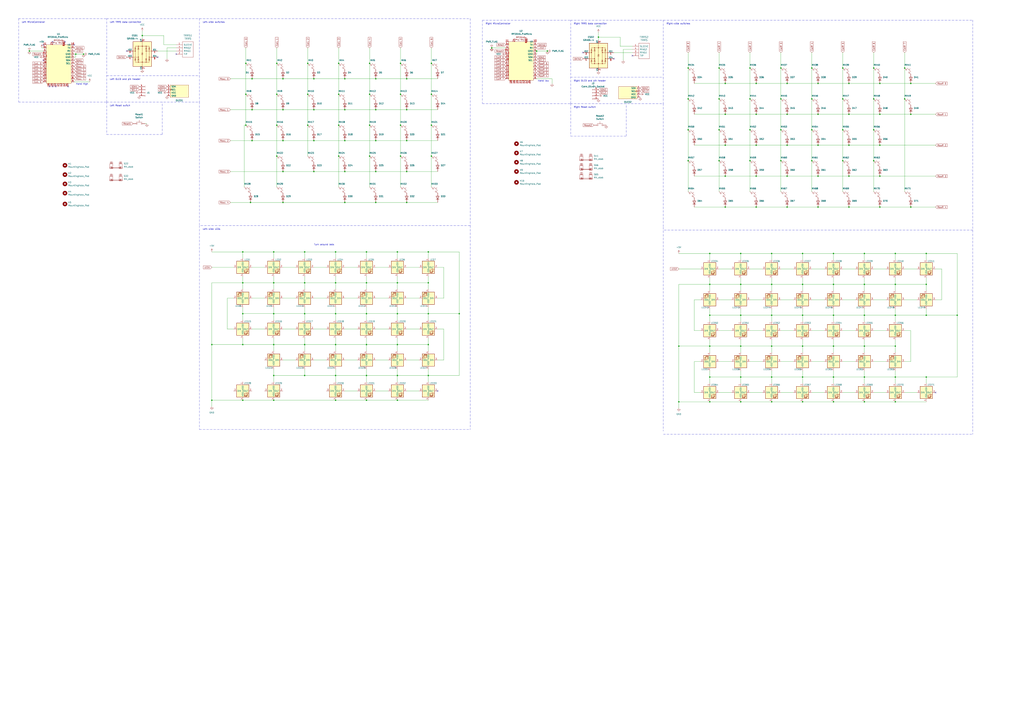
<source format=kicad_sch>
(kicad_sch (version 20230121) (generator eeschema)
  (paper "A1")
  (title_block (title "Win spit"))
  (junction (at 684.53 284.48))
  (junction (at 199.39 232.41))
  (junction (at 326.39 308.61))
  (junction (at 641.35 132.08))
  (junction (at 351.79 308.61))
  (junction (at 300.99 257.81))
  (junction (at 207.01 115.57))
  (junction (at 659.13 233.68))
  (junction (at 283.21 90.17))
  (junction (at 615.95 132.08))
  (junction (at 590.55 132.08))
  (junction (at 224.79 257.81))
  (junction (at 595.63 144.78))
  (junction (at 300.99 308.61))
  (junction (at 300.99 283.21))
  (junction (at 646.43 93.98))
  (junction (at 278.13 128.27))
  (junction (at 326.39 207.01))
  (junction (at 735.33 208.28))
  (junction (at 748.03 170.18))
  (junction (at 326.39 328.93))
  (junction (at 354.33 128.27))
  (junction (at 250.19 308.61))
  (junction (at 621.03 93.98))
  (junction (at 308.61 64.77))
  (junction (at 224.79 308.61))
  (junction (at 671.83 119.38))
  (junction (at 697.23 68.58))
  (junction (at 760.73 208.28))
  (junction (at 697.23 119.38))
  (junction (at 173.99 283.21))
  (junction (at 224.79 328.93))
  (junction (at 722.63 170.18))
  (junction (at 735.33 233.68))
  (junction (at 666.75 55.88))
  (junction (at 684.53 330.2))
  (junction (at 760.73 259.08))
  (junction (at 252.73 52.07))
  (junction (at 257.81 90.17))
  (junction (at 303.53 77.47))
  (junction (at 595.63 170.18))
  (junction (at 334.01 115.57))
  (junction (at 621.03 144.78))
  (junction (at 250.19 207.01))
  (junction (at 684.53 309.88))
  (junction (at 351.79 207.01))
  (junction (at 742.95 55.88))
  (junction (at 717.55 132.08))
  (junction (at 334.01 90.17))
  (junction (at 275.59 283.21))
  (junction (at 199.39 328.93))
  (junction (at 303.53 128.27))
  (junction (at 722.63 119.38))
  (junction (at 717.55 81.28))
  (junction (at 449.58 41.91))
  (junction (at 692.15 55.88))
  (junction (at 735.33 330.2))
  (junction (at 595.63 68.58))
  (junction (at 633.73 309.88))
  (junction (at 633.73 208.28))
  (junction (at 232.41 90.17))
  (junction (at 748.03 93.98))
  (junction (at 250.19 257.81))
  (junction (at 582.93 330.2))
  (junction (at 671.83 144.78))
  (junction (at 735.33 259.08))
  (junction (at 646.43 68.58))
  (junction (at 709.93 259.08))
  (junction (at 224.79 207.01))
  (junction (at 582.93 309.88))
  (junction (at 595.63 119.38))
  (junction (at 283.21 166.37))
  (junction (at 742.95 81.28))
  (junction (at 275.59 308.61))
  (junction (at 199.39 207.01))
  (junction (at 582.93 259.08))
  (junction (at 671.83 68.58))
  (junction (at 722.63 144.78))
  (junction (at 684.53 208.28))
  (junction (at 328.93 128.27))
  (junction (at 232.41 64.77))
  (junction (at 709.93 330.2))
  (junction (at 300.99 328.93))
  (junction (at 303.53 52.07))
  (junction (at 697.23 170.18))
  (junction (at 671.83 93.98))
  (junction (at 278.13 52.07))
  (junction (at 257.81 115.57))
  (junction (at 173.99 328.93))
  (junction (at 403.86 39.37))
  (junction (at 278.13 77.47))
  (junction (at 275.59 328.93))
  (junction (at 709.93 233.68))
  (junction (at 666.75 132.08))
  (junction (at 275.59 257.81))
  (junction (at 615.95 55.88))
  (junction (at 326.39 232.41))
  (junction (at 303.53 102.87))
  (junction (at 595.63 93.98))
  (junction (at 697.23 144.78))
  (junction (at 308.61 140.97))
  (junction (at 275.59 207.01))
  (junction (at 252.73 77.47))
  (junction (at 590.55 55.88))
  (junction (at 252.73 102.87))
  (junction (at 326.39 283.21))
  (junction (at 659.13 208.28))
  (junction (at 201.93 52.07))
  (junction (at 633.73 284.48))
  (junction (at 692.15 106.68))
  (junction (at 328.93 52.07))
  (junction (at 351.79 232.41))
  (junction (at 227.33 102.87))
  (junction (at 646.43 170.18))
  (junction (at 659.13 284.48))
  (junction (at 334.01 140.97))
  (junction (at 199.39 283.21))
  (junction (at 659.13 259.08))
  (junction (at 354.33 52.07))
  (junction (at 608.33 259.08))
  (junction (at 722.63 68.58))
  (junction (at 308.61 115.57))
  (junction (at 354.33 102.87))
  (junction (at 232.41 140.97))
  (junction (at 590.55 106.68))
  (junction (at 633.73 259.08))
  (junction (at 278.13 102.87))
  (junction (at 557.53 330.2))
  (junction (at 351.79 257.81))
  (junction (at 201.93 77.47))
  (junction (at 565.15 132.08))
  (junction (at 275.59 232.41))
  (junction (at 760.73 309.88))
  (junction (at 62.23 44.45))
  (junction (at 709.93 208.28))
  (junction (at 224.79 232.41))
  (junction (at 666.75 81.28))
  (junction (at 227.33 52.07))
  (junction (at 24.13 41.91))
  (junction (at 207.01 64.77))
  (junction (at 684.53 233.68))
  (junction (at 224.79 283.21))
  (junction (at 646.43 144.78))
  (junction (at 565.15 106.68))
  (junction (at 283.21 64.77))
  (junction (at 207.01 90.17))
  (junction (at 308.61 166.37))
  (junction (at 328.93 77.47))
  (junction (at 608.33 208.28))
  (junction (at 697.23 93.98))
  (junction (at 633.73 330.2))
  (junction (at 308.61 90.17))
  (junction (at 608.33 309.88))
  (junction (at 735.33 284.48))
  (junction (at 671.83 170.18))
  (junction (at 717.55 55.88))
  (junction (at 232.41 166.37))
  (junction (at 709.93 309.88))
  (junction (at 440.69 41.91))
  (junction (at 377.19 257.81))
  (junction (at 608.33 284.48))
  (junction (at 621.03 68.58))
  (junction (at 116.84 29.21))
  (junction (at 227.33 128.27))
  (junction (at 608.33 330.2))
  (junction (at 283.21 140.97))
  (junction (at 334.01 64.77))
  (junction (at 582.93 208.28))
  (junction (at 786.13 259.08))
  (junction (at 582.93 233.68))
  (junction (at 68.58 44.45))
  (junction (at 621.03 170.18))
  (junction (at 646.43 119.38))
  (junction (at 557.53 284.48))
  (junction (at 709.93 284.48))
  (junction (at 633.73 233.68))
  (junction (at 565.15 81.28))
  (junction (at 641.35 81.28))
  (junction (at 283.21 115.57))
  (junction (at 760.73 233.68))
  (junction (at 328.93 102.87))
  (junction (at 199.39 257.81))
  (junction (at 232.41 115.57))
  (junction (at 621.03 119.38))
  (junction (at 326.39 257.81))
  (junction (at 582.93 284.48))
  (junction (at 257.81 140.97))
  (junction (at 250.19 232.41))
  (junction (at 717.55 106.68))
  (junction (at 590.55 81.28))
  (junction (at 684.53 259.08))
  (junction (at 565.15 55.88))
  (junction (at 257.81 64.77))
  (junction (at 491.49 30.48))
  (junction (at 300.99 232.41))
  (junction (at 641.35 106.68))
  (junction (at 615.95 81.28))
  (junction (at 354.33 77.47))
  (junction (at 722.63 93.98))
  (junction (at 300.99 207.01))
  (junction (at 735.33 309.88))
  (junction (at 334.01 166.37))
  (junction (at 615.95 106.68))
  (junction (at 748.03 68.58))
  (junction (at 201.93 102.87))
  (junction (at 692.15 132.08))
  (junction (at 659.13 309.88))
  (junction (at 641.35 55.88))
  (junction (at 608.33 233.68))
  (junction (at 227.33 77.47))
  (junction (at 666.75 106.68))
  (junction (at 250.19 283.21))
  (junction (at 659.13 330.2))
  (junction (at 205.74 166.37))
  (junction (at 692.15 81.28))
  (junction (at 351.79 283.21))
  (no_connect (at 129.54 46.99))
  (no_connect (at 43.18 34.29))
  (no_connect (at 60.96 36.83))
  (no_connect (at 104.14 41.91))
  (no_connect (at 35.56 49.53))
  (no_connect (at 40.64 71.12))
  (no_connect (at 35.56 36.83))
  (no_connect (at 478.79 43.18))
  (no_connect (at 55.88 71.12))
  (no_connect (at 43.18 71.12))
  (no_connect (at 359.41 321.31))
  (no_connect (at 504.19 48.26))
  (no_connect (at 45.72 71.12))
  (no_connect (at 144.78 44.45))
  (no_connect (at 519.43 45.72))
  (no_connect (at 53.34 34.29))
  (no_connect (at 768.35 322.58))
  (wire (pts (xy 735.33 254) (xy 735.33 259.08)))
  (wire (pts (xy 134.62 29.21) (xy 116.84 29.21)))
  (wire (pts (xy 354.33 39.37) (xy 354.33 52.07)))
  (wire (pts (xy 351.79 303.53) (xy 351.79 308.61)))
  (wire (pts (xy 760.73 228.6) (xy 760.73 233.68)))
  (wire (pts (xy 120.65 101.6) (xy 119.38 101.6)))
  (wire (pts (xy 565.15 106.68) (xy 565.15 132.08)))
  (wire (pts (xy 582.93 233.68) (xy 582.93 238.76)))
  (polyline (pts (xy 15.24 83.82) (xy 87.63 83.82)) (stroke (width 0) (type dash_dot)))
  (wire (pts (xy 224.79 283.21) (xy 224.79 288.29)))
  (wire (pts (xy 252.73 52.07) (xy 252.73 77.47)))
  (wire (pts (xy 199.39 207.01) (xy 199.39 212.09)))
  (wire (pts (xy 565.15 55.88) (xy 565.15 81.28)))
  (wire (pts (xy 582.93 208.28) (xy 582.93 213.36)))
  (wire (pts (xy 334.01 115.57) (xy 359.41 115.57)))
  (wire (pts (xy 735.33 259.08) (xy 760.73 259.08)))
  (wire (pts (xy 224.79 328.93) (xy 275.59 328.93)))
  (wire (pts (xy 334.01 219.71) (xy 344.17 219.71)))
  (wire (pts (xy 666.75 297.18) (xy 676.91 297.18)))
  (wire (pts (xy 328.93 102.87) (xy 328.93 128.27)))
  (wire (pts (xy 615.95 55.88) (xy 615.95 81.28)))
  (wire (pts (xy 748.03 68.58) (xy 768.35 68.58)))
  (wire (pts (xy 697.23 170.18) (xy 722.63 170.18)))
  (wire (pts (xy 224.79 257.81) (xy 224.79 262.89)))
  (wire (pts (xy 595.63 68.58) (xy 621.03 68.58)))
  (wire (pts (xy 684.53 233.68) (xy 709.93 233.68)))
  (wire (pts (xy 742.95 246.38) (xy 753.11 246.38)))
  (wire (pts (xy 275.59 227.33) (xy 275.59 232.41)))
  (wire (pts (xy 354.33 77.47) (xy 354.33 102.87)))
  (polyline (pts (xy 396.24 16.51) (xy 396.24 85.09)) (stroke (width 0) (type dash_dot)))
  (wire (pts (xy 608.33 279.4) (xy 608.33 284.48)))
  (wire (pts (xy 659.13 284.48) (xy 684.53 284.48)))
  (wire (pts (xy 137.16 39.37) (xy 137.16 48.26)))
  (wire (pts (xy 570.23 297.18) (xy 570.23 322.58)))
  (wire (pts (xy 659.13 208.28) (xy 684.53 208.28)))
  (wire (pts (xy 403.86 39.37) (xy 415.29 39.37)))
  (wire (pts (xy 709.93 259.08) (xy 735.33 259.08)))
  (wire (pts (xy 173.99 328.93) (xy 173.99 334.01)))
  (wire (pts (xy 646.43 68.58) (xy 671.83 68.58)))
  (wire (pts (xy 659.13 284.48) (xy 659.13 289.56)))
  (wire (pts (xy 582.93 259.08) (xy 582.93 264.16)))
  (wire (pts (xy 641.35 220.98) (xy 651.51 220.98)))
  (wire (pts (xy 659.13 228.6) (xy 659.13 233.68)))
  (wire (pts (xy 633.73 330.2) (xy 659.13 330.2)))
  (wire (pts (xy 742.95 55.88) (xy 742.95 81.28)))
  (wire (pts (xy 570.23 246.38) (xy 570.23 271.78)))
  (wire (pts (xy 590.55 81.28) (xy 590.55 106.68)))
  (wire (pts (xy 232.41 295.91) (xy 242.57 295.91)))
  (wire (pts (xy 300.99 232.41) (xy 326.39 232.41)))
  (wire (pts (xy 575.31 246.38) (xy 570.23 246.38)))
  (wire (pts (xy 709.93 228.6) (xy 709.93 233.68)))
  (polyline (pts (xy 544.83 63.5) (xy 544.83 85.09)) (stroke (width 0) (type dash_dot)))
  (wire (pts (xy 633.73 304.8) (xy 633.73 309.88)))
  (wire (pts (xy 786.13 259.08) (xy 786.13 309.88)))
  (wire (pts (xy 760.73 309.88) (xy 786.13 309.88)))
  (wire (pts (xy 590.55 55.88) (xy 590.55 81.28)))
  (wire (pts (xy 275.59 207.01) (xy 275.59 212.09)))
  (wire (pts (xy 334.01 295.91) (xy 344.17 295.91)))
  (wire (pts (xy 326.39 308.61) (xy 326.39 313.69)))
  (wire (pts (xy 684.53 309.88) (xy 684.53 314.96)))
  (wire (pts (xy 582.93 284.48) (xy 608.33 284.48)))
  (wire (pts (xy 300.99 207.01) (xy 300.99 212.09)))
  (wire (pts (xy 684.53 330.2) (xy 709.93 330.2)))
  (wire (pts (xy 201.93 102.87) (xy 200.66 102.87)))
  (wire (pts (xy 621.03 68.58) (xy 646.43 68.58)))
  (wire (pts (xy 326.39 283.21) (xy 351.79 283.21)))
  (wire (pts (xy 717.55 132.08) (xy 717.55 157.48)))
  (wire (pts (xy 134.62 36.83) (xy 134.62 29.21)))
  (wire (pts (xy 608.33 228.6) (xy 608.33 233.68)))
  (wire (pts (xy 300.99 207.01) (xy 326.39 207.01)))
  (wire (pts (xy 326.39 278.13) (xy 326.39 283.21)))
  (wire (pts (xy 742.95 81.28) (xy 742.95 157.48)))
  (wire (pts (xy 621.03 119.38) (xy 646.43 119.38)))
  (wire (pts (xy 659.13 259.08) (xy 684.53 259.08)))
  (wire (pts (xy 300.99 283.21) (xy 326.39 283.21)))
  (wire (pts (xy 590.55 106.68) (xy 590.55 132.08)))
  (wire (pts (xy 275.59 308.61) (xy 275.59 313.69)))
  (wire (pts (xy 519.43 40.64) (xy 511.81 40.64)))
  (wire (pts (xy 326.39 257.81) (xy 300.99 257.81)))
  (wire (pts (xy 595.63 119.38) (xy 621.03 119.38)))
  (wire (pts (xy 570.23 119.38) (xy 595.63 119.38)))
  (wire (pts (xy 224.79 257.81) (xy 199.39 257.81)))
  (wire (pts (xy 608.33 254) (xy 608.33 259.08)))
  (wire (pts (xy 641.35 297.18) (xy 651.51 297.18)))
  (wire (pts (xy 671.83 170.18) (xy 697.23 170.18)))
  (wire (pts (xy 641.35 271.78) (xy 651.51 271.78)))
  (wire (pts (xy 615.95 322.58) (xy 626.11 322.58)))
  (wire (pts (xy 250.19 207.01) (xy 275.59 207.01)))
  (wire (pts (xy 608.33 208.28) (xy 633.73 208.28)))
  (polyline (pts (xy 544.83 16.51) (xy 798.83 16.51)) (stroke (width 0) (type dash_dot)))
  (wire (pts (xy 621.03 93.98) (xy 646.43 93.98)))
  (wire (pts (xy 275.59 283.21) (xy 300.99 283.21)))
  (wire (pts (xy 582.93 284.48) (xy 582.93 289.56)))
  (wire (pts (xy 224.79 308.61) (xy 224.79 313.69)))
  (wire (pts (xy 633.73 208.28) (xy 633.73 213.36)))
  (wire (pts (xy 633.73 309.88) (xy 633.73 314.96)))
  (wire (pts (xy 509.27 38.1) (xy 509.27 30.48)))
  (wire (pts (xy 633.73 284.48) (xy 633.73 289.56)))
  (wire (pts (xy 633.73 254) (xy 633.73 259.08)))
  (polyline (pts (xy 87.63 83.82) (xy 163.83 83.82)) (stroke (width 0) (type dash_dot)))
  (wire (pts (xy 257.81 245.11) (xy 267.97 245.11)))
  (wire (pts (xy 621.03 144.78) (xy 646.43 144.78)))
  (wire (pts (xy 748.03 170.18) (xy 768.35 170.18)))
  (wire (pts (xy 671.83 144.78) (xy 697.23 144.78)))
  (wire (pts (xy 709.93 309.88) (xy 709.93 314.96)))
  (polyline (pts (xy 514.35 111.76) (xy 514.35 85.09)) (stroke (width 0) (type dash_dot)))
  (wire (pts (xy 232.41 219.71) (xy 242.57 219.71)))
  (wire (pts (xy 328.93 128.27) (xy 328.93 153.67)))
  (wire (pts (xy 633.73 228.6) (xy 633.73 233.68)))
  (polyline (pts (xy 468.63 63.5) (xy 544.83 63.5)) (stroke (width 0) (type dash_dot)))
  (wire (pts (xy 666.75 55.88) (xy 666.75 81.28)))
  (wire (pts (xy 326.39 227.33) (xy 326.39 232.41)))
  (wire (pts (xy 641.35 132.08) (xy 641.35 157.48)))
  (polyline (pts (xy 386.08 185.42) (xy 386.08 353.06)) (stroke (width 0) (type dash_dot)))
  (wire (pts (xy 570.23 271.78) (xy 575.31 271.78)))
  (wire (pts (xy 773.43 220.98) (xy 773.43 246.38)))
  (wire (pts (xy 278.13 102.87) (xy 278.13 128.27)))
  (wire (pts (xy 250.19 232.41) (xy 275.59 232.41)))
  (wire (pts (xy 351.79 257.81) (xy 377.19 257.81)))
  (wire (pts (xy 641.35 43.18) (xy 641.35 55.88)))
  (polyline (pts (xy 468.63 85.09) (xy 468.63 16.51)) (stroke (width 0) (type dash_dot)))
  (wire (pts (xy 224.79 278.13) (xy 224.79 283.21)))
  (wire (pts (xy 735.33 208.28) (xy 760.73 208.28)))
  (wire (pts (xy 717.55 297.18) (xy 727.71 297.18)))
  (wire (pts (xy 207.01 270.51) (xy 217.17 270.51)))
  (wire (pts (xy 199.39 207.01) (xy 224.79 207.01)))
  (wire (pts (xy 173.99 328.93) (xy 199.39 328.93)))
  (wire (pts (xy 207.01 245.11) (xy 217.17 245.11)))
  (wire (pts (xy 308.61 295.91) (xy 318.77 295.91)))
  (wire (pts (xy 275.59 303.53) (xy 275.59 308.61)))
  (wire (pts (xy 748.03 271.78) (xy 748.03 297.18)))
  (wire (pts (xy 252.73 39.37) (xy 252.73 52.07)))
  (wire (pts (xy 615.95 81.28) (xy 615.95 106.68)))
  (wire (pts (xy 659.13 233.68) (xy 684.53 233.68)))
  (wire (pts (xy 207.01 219.71) (xy 217.17 219.71)))
  (wire (pts (xy 440.69 64.77) (xy 453.39 64.77)))
  (wire (pts (xy 608.33 233.68) (xy 633.73 233.68)))
  (polyline (pts (xy 163.83 62.23) (xy 163.83 83.82)) (stroke (width 0) (type dash_dot)))
  (wire (pts (xy 308.61 115.57) (xy 334.01 115.57)))
  (wire (pts (xy 252.73 102.87) (xy 252.73 128.27)))
  (wire (pts (xy 684.53 228.6) (xy 684.53 233.68)))
  (wire (pts (xy 300.99 257.81) (xy 275.59 257.81)))
  (wire (pts (xy 207.01 115.57) (xy 232.41 115.57)))
  (wire (pts (xy 326.39 207.01) (xy 326.39 212.09)))
  (wire (pts (xy 354.33 52.07) (xy 354.33 77.47)))
  (wire (pts (xy 570.23 68.58) (xy 595.63 68.58)))
  (wire (pts (xy 735.33 259.08) (xy 735.33 264.16)))
  (wire (pts (xy 760.73 259.08) (xy 786.13 259.08)))
  (wire (pts (xy 615.95 297.18) (xy 626.11 297.18)))
  (wire (pts (xy 300.99 227.33) (xy 300.99 232.41)))
  (wire (pts (xy 595.63 93.98) (xy 621.03 93.98)))
  (wire (pts (xy 334.01 245.11) (xy 344.17 245.11)))
  (wire (pts (xy 303.53 102.87) (xy 303.53 128.27)))
  (wire (pts (xy 590.55 297.18) (xy 600.71 297.18)))
  (wire (pts (xy 303.53 77.47) (xy 303.53 102.87)))
  (wire (pts (xy 60.96 67.31) (xy 73.66 67.31)))
  (wire (pts (xy 278.13 39.37) (xy 278.13 52.07)))
  (wire (pts (xy 582.93 208.28) (xy 608.33 208.28)))
  (wire (pts (xy 275.59 283.21) (xy 275.59 288.29)))
  (wire (pts (xy 595.63 144.78) (xy 621.03 144.78)))
  (wire (pts (xy 275.59 207.01) (xy 300.99 207.01)))
  (wire (pts (xy 722.63 144.78) (xy 768.35 144.78)))
  (wire (pts (xy 359.41 219.71) (xy 364.49 219.71)))
  (wire (pts (xy 659.13 254) (xy 659.13 259.08)))
  (wire (pts (xy 760.73 254) (xy 760.73 259.08)))
  (wire (pts (xy 570.23 144.78) (xy 595.63 144.78)))
  (wire (pts (xy 303.53 39.37) (xy 303.53 52.07)))
  (wire (pts (xy 684.53 284.48) (xy 709.93 284.48)))
  (wire (pts (xy 354.33 128.27) (xy 354.33 153.67)))
  (wire (pts (xy 257.81 64.77) (xy 283.21 64.77)))
  (wire (pts (xy 173.99 232.41) (xy 199.39 232.41)))
  (wire (pts (xy 582.93 279.4) (xy 582.93 284.48)))
  (wire (pts (xy 189.23 115.57) (xy 207.01 115.57)))
  (wire (pts (xy 615.95 106.68) (xy 615.95 132.08)))
  (polyline (pts (xy 163.83 185.42) (xy 163.83 353.06)) (stroke (width 0) (type dash_dot)))
  (wire (pts (xy 224.79 252.73) (xy 224.79 257.81)))
  (wire (pts (xy 646.43 170.18) (xy 671.83 170.18)))
  (wire (pts (xy 590.55 43.18) (xy 590.55 55.88)))
  (wire (pts (xy 283.21 295.91) (xy 293.37 295.91)))
  (polyline (pts (xy 87.63 15.24) (xy 163.83 15.24)) (stroke (width 0) (type dash_dot)))
  (wire (pts (xy 24.13 41.91) (xy 35.56 41.91)))
  (wire (pts (xy 692.15 246.38) (xy 702.31 246.38)))
  (polyline (pts (xy 15.24 15.24) (xy 87.63 15.24)) (stroke (width 0) (type dash_dot)))
  (wire (pts (xy 735.33 330.2) (xy 760.73 330.2)))
  (wire (pts (xy 748.03 297.18) (xy 742.95 297.18)))
  (wire (pts (xy 557.53 330.2) (xy 557.53 335.28)))
  (wire (pts (xy 666.75 106.68) (xy 666.75 132.08)))
  (wire (pts (xy 709.93 259.08) (xy 709.93 264.16)))
  (wire (pts (xy 224.79 303.53) (xy 224.79 308.61)))
  (wire (pts (xy 257.81 90.17) (xy 283.21 90.17)))
  (polyline (pts (xy 87.63 110.49) (xy 133.35 110.49)) (stroke (width 0) (type dash_dot)))
  (wire (pts (xy 608.33 284.48) (xy 633.73 284.48)))
  (wire (pts (xy 709.93 284.48) (xy 735.33 284.48)))
  (polyline (pts (xy 87.63 83.82) (xy 87.63 15.24)) (stroke (width 0) (type dash_dot)))
  (wire (pts (xy 582.93 254) (xy 582.93 259.08)))
  (wire (pts (xy 144.78 39.37) (xy 137.16 39.37)))
  (polyline (pts (xy 163.83 15.24) (xy 163.83 62.23)) (stroke (width 0) (type dash_dot)))
  (wire (pts (xy 692.15 132.08) (xy 692.15 157.48)))
  (wire (pts (xy 615.95 43.18) (xy 615.95 55.88)))
  (wire (pts (xy 590.55 271.78) (xy 600.71 271.78)))
  (wire (pts (xy 257.81 219.71) (xy 267.97 219.71)))
  (wire (pts (xy 760.73 208.28) (xy 786.13 208.28)))
  (wire (pts (xy 697.23 119.38) (xy 722.63 119.38)))
  (wire (pts (xy 590.55 132.08) (xy 590.55 157.48)))
  (wire (pts (xy 735.33 309.88) (xy 735.33 314.96)))
  (wire (pts (xy 199.39 328.93) (xy 224.79 328.93)))
  (wire (pts (xy 275.59 257.81) (xy 250.19 257.81)))
  (wire (pts (xy 633.73 284.48) (xy 659.13 284.48)))
  (wire (pts (xy 199.39 232.41) (xy 224.79 232.41)))
  (wire (pts (xy 283.21 64.77) (xy 308.61 64.77)))
  (wire (pts (xy 641.35 106.68) (xy 641.35 132.08)))
  (wire (pts (xy 565.15 132.08) (xy 565.15 157.48)))
  (wire (pts (xy 633.73 259.08) (xy 633.73 264.16)))
  (wire (pts (xy 283.21 90.17) (xy 308.61 90.17)))
  (wire (pts (xy 608.33 309.88) (xy 633.73 309.88)))
  (wire (pts (xy 449.58 41.91) (xy 440.69 41.91)))
  (wire (pts (xy 173.99 207.01) (xy 199.39 207.01)))
  (polyline (pts (xy 468.63 16.51) (xy 544.83 16.51)) (stroke (width 0) (type dash_dot)))
  (wire (pts (xy 697.23 68.58) (xy 722.63 68.58)))
  (wire (pts (xy 671.83 119.38) (xy 697.23 119.38)))
  (wire (pts (xy 717.55 220.98) (xy 727.71 220.98)))
  (wire (pts (xy 354.33 102.87) (xy 354.33 128.27)))
  (wire (pts (xy 224.79 232.41) (xy 224.79 237.49)))
  (wire (pts (xy 666.75 220.98) (xy 676.91 220.98)))
  (wire (pts (xy 283.21 245.11) (xy 293.37 245.11)))
  (wire (pts (xy 709.93 208.28) (xy 709.93 213.36)))
  (wire (pts (xy 735.33 279.4) (xy 735.33 284.48)))
  (wire (pts (xy 717.55 81.28) (xy 717.55 106.68)))
  (wire (pts (xy 144.78 36.83) (xy 134.62 36.83)))
  (polyline (pts (xy 163.83 83.82) (xy 163.83 185.42)) (stroke (width 0) (type dash_dot)))
  (wire (pts (xy 227.33 128.27) (xy 227.33 153.67)))
  (wire (pts (xy 582.93 304.8) (xy 582.93 309.88)))
  (wire (pts (xy 308.61 166.37) (xy 334.01 166.37)))
  (wire (pts (xy 189.23 90.17) (xy 207.01 90.17)))
  (wire (pts (xy 692.15 43.18) (xy 692.15 55.88)))
  (polyline (pts (xy 798.83 16.51) (xy 798.83 189.23)) (stroke (width 0) (type dash_dot)))
  (wire (pts (xy 722.63 170.18) (xy 748.03 170.18)))
  (wire (pts (xy 278.13 128.27) (xy 278.13 153.67)))
  (wire (pts (xy 608.33 259.08) (xy 608.33 264.16)))
  (wire (pts (xy 615.95 220.98) (xy 626.11 220.98)))
  (wire (pts (xy 659.13 279.4) (xy 659.13 284.48)))
  (wire (pts (xy 326.39 207.01) (xy 351.79 207.01)))
  (wire (pts (xy 300.99 252.73) (xy 300.99 257.81)))
  (wire (pts (xy 641.35 246.38) (xy 651.51 246.38)))
  (wire (pts (xy 557.53 233.68) (xy 582.93 233.68)))
  (wire (pts (xy 250.19 257.81) (xy 224.79 257.81)))
  (wire (pts (xy 519.43 43.18) (xy 504.19 43.18)))
  (wire (pts (xy 189.23 140.97) (xy 232.41 140.97)))
  (wire (pts (xy 60.96 46.99) (xy 62.23 46.99)))
  (wire (pts (xy 735.33 228.6) (xy 735.33 233.68)))
  (wire (pts (xy 351.79 257.81) (xy 351.79 262.89)))
  (wire (pts (xy 351.79 283.21) (xy 351.79 288.29)))
  (wire (pts (xy 666.75 271.78) (xy 676.91 271.78)))
  (polyline (pts (xy 133.35 110.49) (xy 133.35 83.82)) (stroke (width 0) (type dash_dot)))
  (wire (pts (xy 557.53 330.2) (xy 582.93 330.2)))
  (wire (pts (xy 684.53 284.48) (xy 684.53 289.56)))
  (wire (pts (xy 250.19 207.01) (xy 250.19 212.09)))
  (wire (pts (xy 633.73 233.68) (xy 659.13 233.68)))
  (wire (pts (xy 659.13 259.08) (xy 659.13 264.16)))
  (wire (pts (xy 232.41 115.57) (xy 257.81 115.57)))
  (wire (pts (xy 582.93 228.6) (xy 582.93 233.68)))
  (wire (pts (xy 557.53 208.28) (xy 582.93 208.28)))
  (wire (pts (xy 633.73 279.4) (xy 633.73 284.48)))
  (wire (pts (xy 257.81 115.57) (xy 283.21 115.57)))
  (wire (pts (xy 250.19 278.13) (xy 250.19 283.21)))
  (polyline (pts (xy 396.24 16.51) (xy 468.63 16.51)) (stroke (width 0) (type dash_dot)))
  (wire (pts (xy 364.49 270.51) (xy 364.49 295.91)))
  (wire (pts (xy 275.59 278.13) (xy 275.59 283.21)))
  (polyline (pts (xy 468.63 111.76) (xy 514.35 111.76)) (stroke (width 0) (type dash_dot)))
  (wire (pts (xy 232.41 64.77) (xy 257.81 64.77)))
  (polyline (pts (xy 798.83 189.23) (xy 798.83 356.87)) (stroke (width 0) (type dash_dot)))
  (wire (pts (xy 735.33 304.8) (xy 735.33 309.88)))
  (wire (pts (xy 768.35 220.98) (xy 773.43 220.98)))
  (wire (pts (xy 227.33 39.37) (xy 227.33 52.07)))
  (wire (pts (xy 275.59 232.41) (xy 275.59 237.49)))
  (wire (pts (xy 351.79 207.01) (xy 351.79 212.09)))
  (wire (pts (xy 582.93 284.48) (xy 557.53 284.48)))
  (wire (pts (xy 359.41 270.51) (xy 364.49 270.51)))
  (wire (pts (xy 709.93 233.68) (xy 735.33 233.68)))
  (polyline (pts (xy 386.08 185.42) (xy 163.83 185.42)) (stroke (width 0) (type dash_dot)))
  (wire (pts (xy 326.39 252.73) (xy 326.39 257.81)))
  (wire (pts (xy 709.93 279.4) (xy 709.93 284.48)))
  (wire (pts (xy 351.79 252.73) (xy 351.79 257.81)))
  (wire (pts (xy 275.59 252.73) (xy 275.59 257.81)))
  (wire (pts (xy 207.01 64.77) (xy 232.41 64.77)))
  (wire (pts (xy 232.41 245.11) (xy 242.57 245.11)))
  (wire (pts (xy 351.79 207.01) (xy 377.19 207.01)))
  (wire (pts (xy 697.23 144.78) (xy 722.63 144.78)))
  (wire (pts (xy 224.79 227.33) (xy 224.79 232.41)))
  (wire (pts (xy 283.21 166.37) (xy 308.61 166.37)))
  (wire (pts (xy 189.23 64.77) (xy 207.01 64.77)))
  (polyline (pts (xy 163.83 15.24) (xy 386.08 15.24)) (stroke (width 0) (type dash_dot)))
  (wire (pts (xy 199.39 283.21) (xy 173.99 283.21)))
  (wire (pts (xy 709.93 254) (xy 709.93 259.08)))
  (wire (pts (xy 684.53 259.08) (xy 684.53 264.16)))
  (wire (pts (xy 760.73 208.28) (xy 760.73 213.36)))
  (wire (pts (xy 334.01 90.17) (xy 359.41 90.17)))
  (wire (pts (xy 659.13 330.2) (xy 684.53 330.2)))
  (wire (pts (xy 328.93 52.07) (xy 328.93 77.47)))
  (wire (pts (xy 621.03 170.18) (xy 646.43 170.18)))
  (wire (pts (xy 308.61 270.51) (xy 318.77 270.51)))
  (wire (pts (xy 334.01 64.77) (xy 359.41 64.77)))
  (wire (pts (xy 519.43 38.1) (xy 509.27 38.1)))
  (wire (pts (xy 250.19 283.21) (xy 250.19 288.29)))
  (wire (pts (xy 684.53 233.68) (xy 684.53 238.76)))
  (wire (pts (xy 633.73 309.88) (xy 659.13 309.88)))
  (wire (pts (xy 257.81 140.97) (xy 283.21 140.97)))
  (polyline (pts (xy 386.08 15.24) (xy 386.08 185.42)) (stroke (width 0) (type dash_dot)))
  (wire (pts (xy 641.35 81.28) (xy 641.35 106.68)))
  (wire (pts (xy 615.95 246.38) (xy 626.11 246.38)))
  (wire (pts (xy 300.99 328.93) (xy 326.39 328.93)))
  (wire (pts (xy 377.19 257.81) (xy 377.19 207.01)))
  (wire (pts (xy 250.19 283.21) (xy 275.59 283.21)))
  (wire (pts (xy 615.95 132.08) (xy 615.95 157.48)))
  (wire (pts (xy 717.55 271.78) (xy 727.71 271.78)))
  (wire (pts (xy 582.93 309.88) (xy 582.93 314.96)))
  (wire (pts (xy 666.75 43.18) (xy 666.75 55.88)))
  (wire (pts (xy 692.15 55.88) (xy 692.15 81.28)))
  (wire (pts (xy 575.31 297.18) (xy 570.23 297.18)))
  (wire (pts (xy 557.53 220.98) (xy 575.31 220.98)))
  (wire (pts (xy 570.23 322.58) (xy 575.31 322.58)))
  (wire (pts (xy 326.39 232.41) (xy 351.79 232.41)))
  (wire (pts (xy 742.95 220.98) (xy 753.11 220.98)))
  (wire (pts (xy 684.53 304.8) (xy 684.53 309.88)))
  (wire (pts (xy 283.21 321.31) (xy 293.37 321.31)))
  (wire (pts (xy 742.95 322.58) (xy 753.11 322.58)))
  (wire (pts (xy 326.39 257.81) (xy 351.79 257.81)))
  (wire (pts (xy 659.13 309.88) (xy 659.13 314.96)))
  (wire (pts (xy 709.93 304.8) (xy 709.93 309.88)))
  (wire (pts (xy 748.03 93.98) (xy 768.35 93.98)))
  (wire (pts (xy 328.93 39.37) (xy 328.93 52.07)))
  (wire (pts (xy 364.49 245.11) (xy 359.41 245.11)))
  (wire (pts (xy 666.75 132.08) (xy 666.75 157.48)))
  (wire (pts (xy 684.53 259.08) (xy 709.93 259.08)))
  (wire (pts (xy 201.93 52.07) (xy 201.93 77.47)))
  (wire (pts (xy 250.19 303.53) (xy 250.19 308.61)))
  (wire (pts (xy 200.66 102.87) (xy 200.66 153.67)))
  (wire (pts (xy 684.53 208.28) (xy 709.93 208.28)))
  (wire (pts (xy 68.58 44.45) (xy 62.23 44.45)))
  (wire (pts (xy 582.93 233.68) (xy 608.33 233.68)))
  (wire (pts (xy 232.41 140.97) (xy 257.81 140.97)))
  (wire (pts (xy 116.84 25.4) (xy 116.84 29.21)))
  (wire (pts (xy 364.49 295.91) (xy 359.41 295.91)))
  (wire (pts (xy 250.19 227.33) (xy 250.19 232.41)))
  (polyline (pts (xy 15.24 15.24) (xy 15.24 83.82)) (stroke (width 0) (type dash_dot)))
  (wire (pts (xy 283.21 140.97) (xy 308.61 140.97)))
  (wire (pts (xy 232.41 90.17) (xy 257.81 90.17)))
  (polyline (pts (xy 87.63 62.23) (xy 163.83 62.23)) (stroke (width 0) (type dash_dot)))
  (wire (pts (xy 326.39 303.53) (xy 326.39 308.61)))
  (wire (pts (xy 722.63 93.98) (xy 748.03 93.98)))
  (wire (pts (xy 189.23 166.37) (xy 205.74 166.37)))
  (wire (pts (xy 646.43 93.98) (xy 671.83 93.98)))
  (wire (pts (xy 608.33 304.8) (xy 608.33 309.88)))
  (wire (pts (xy 709.93 284.48) (xy 709.93 289.56)))
  (wire (pts (xy 283.21 115.57) (xy 308.61 115.57)))
  (wire (pts (xy 326.39 232.41) (xy 326.39 237.49)))
  (wire (pts (xy 590.55 220.98) (xy 600.71 220.98)))
  (wire (pts (xy 351.79 232.41) (xy 351.79 237.49)))
  (wire (pts (xy 257.81 295.91) (xy 267.97 295.91)))
  (wire (pts (xy 326.39 328.93) (xy 351.79 328.93)))
  (wire (pts (xy 608.33 309.88) (xy 608.33 314.96)))
  (wire (pts (xy 201.93 39.37) (xy 201.93 52.07)))
  (wire (pts (xy 709.93 233.68) (xy 709.93 238.76)))
  (wire (pts (xy 722.63 68.58) (xy 748.03 68.58)))
  (wire (pts (xy 308.61 321.31) (xy 318.77 321.31)))
  (wire (pts (xy 351.79 227.33) (xy 351.79 232.41)))
  (wire (pts (xy 646.43 119.38) (xy 671.83 119.38)))
  (wire (pts (xy 351.79 308.61) (xy 377.19 308.61)))
  (wire (pts (xy 684.53 254) (xy 684.53 259.08)))
  (wire (pts (xy 308.61 219.71) (xy 318.77 219.71)))
  (wire (pts (xy 173.99 232.41) (xy 173.99 283.21)))
  (wire (pts (xy 684.53 208.28) (xy 684.53 213.36)))
  (wire (pts (xy 199.39 227.33) (xy 199.39 232.41)))
  (wire (pts (xy 232.41 166.37) (xy 283.21 166.37)))
  (wire (pts (xy 509.27 30.48) (xy 491.49 30.48)))
  (wire (pts (xy 199.39 232.41) (xy 199.39 237.49)))
  (polyline (pts (xy 468.63 85.09) (xy 468.63 111.76)) (stroke (width 0) (type dash_dot)))
  (wire (pts (xy 257.81 270.51) (xy 267.97 270.51)))
  (wire (pts (xy 144.78 41.91) (xy 129.54 41.91)))
  (wire (pts (xy 760.73 233.68) (xy 760.73 238.76)))
  (wire (pts (xy 692.15 297.18) (xy 702.31 297.18)))
  (polyline (pts (xy 87.63 83.82) (xy 87.63 110.49)) (stroke (width 0) (type dash_dot)))
  (wire (pts (xy 34.29 39.37) (xy 35.56 39.37)))
  (wire (pts (xy 201.93 77.47) (xy 201.93 102.87)))
  (wire (pts (xy 326.39 283.21) (xy 326.39 288.29)))
  (wire (pts (xy 191.77 245.11) (xy 186.69 245.11)))
  (wire (pts (xy 659.13 304.8) (xy 659.13 309.88)))
  (wire (pts (xy 250.19 308.61) (xy 275.59 308.61)))
  (wire (pts (xy 308.61 64.77) (xy 334.01 64.77)))
  (wire (pts (xy 692.15 106.68) (xy 692.15 132.08)))
  (wire (pts (xy 615.95 271.78) (xy 626.11 271.78)))
  (wire (pts (xy 199.39 278.13) (xy 199.39 283.21)))
  (wire (pts (xy 116.84 29.21) (xy 116.84 31.75)))
  (wire (pts (xy 595.63 170.18) (xy 621.03 170.18)))
  (wire (pts (xy 735.33 309.88) (xy 760.73 309.88)))
  (wire (pts (xy 224.79 283.21) (xy 250.19 283.21)))
  (wire (pts (xy 582.93 330.2) (xy 608.33 330.2)))
  (wire (pts (xy 275.59 328.93) (xy 300.99 328.93)))
  (wire (pts (xy 300.99 278.13) (xy 300.99 283.21)))
  (wire (pts (xy 742.95 271.78) (xy 748.03 271.78)))
  (wire (pts (xy 186.69 245.11) (xy 186.69 270.51)))
  (wire (pts (xy 773.43 246.38) (xy 768.35 246.38)))
  (wire (pts (xy 308.61 245.11) (xy 318.77 245.11)))
  (polyline (pts (xy 544.83 85.09) (xy 544.83 186.69)) (stroke (width 0) (type dash_dot)))
  (wire (pts (xy 278.13 77.47) (xy 278.13 102.87)))
  (wire (pts (xy 582.93 259.08) (xy 608.33 259.08)))
  (wire (pts (xy 641.35 322.58) (xy 651.51 322.58)))
  (wire (pts (xy 684.53 279.4) (xy 684.53 284.48)))
  (wire (pts (xy 641.35 55.88) (xy 641.35 81.28)))
  (wire (pts (xy 692.15 271.78) (xy 702.31 271.78)))
  (wire (pts (xy 62.23 44.45) (xy 60.96 44.45)))
  (polyline (pts (xy 544.83 356.87) (xy 798.83 356.87)) (stroke (width 0) (type dash_dot)))
  (wire (pts (xy 275.59 257.81) (xy 275.59 262.89)))
  (wire (pts (xy 207.01 90.17) (xy 232.41 90.17)))
  (wire (pts (xy 278.13 52.07) (xy 278.13 77.47)))
  (wire (pts (xy 275.59 308.61) (xy 300.99 308.61)))
  (wire (pts (xy 491.49 26.67) (xy 491.49 30.48)))
  (wire (pts (xy 303.53 52.07) (xy 303.53 77.47)))
  (wire (pts (xy 722.63 119.38) (xy 768.35 119.38)))
  (wire (pts (xy 717.55 322.58) (xy 727.71 322.58)))
  (wire (pts (xy 300.99 232.41) (xy 300.99 237.49)))
  (wire (pts (xy 684.53 309.88) (xy 709.93 309.88)))
  (polyline (pts (xy 396.24 85.09) (xy 468.63 85.09)) (stroke (width 0) (type dash_dot)))
  (wire (pts (xy 717.55 246.38) (xy 727.71 246.38)))
  (wire (pts (xy 227.33 52.07) (xy 227.33 77.47)))
  (wire (pts (xy 570.23 170.18) (xy 595.63 170.18)))
  (wire (pts (xy 671.83 93.98) (xy 697.23 93.98)))
  (wire (pts (xy 300.99 308.61) (xy 326.39 308.61)))
  (wire (pts (xy 250.19 257.81) (xy 250.19 262.89)))
  (polyline (pts (xy 468.63 85.09) (xy 544.83 85.09)) (stroke (width 0) (type dash_dot)))
  (wire (pts (xy 717.55 55.88) (xy 717.55 81.28)))
  (wire (pts (xy 308.61 140.97) (xy 334.01 140.97)))
  (wire (pts (xy 633.73 233.68) (xy 633.73 238.76)))
  (wire (pts (xy 565.15 43.18) (xy 565.15 55.88)))
  (wire (pts (xy 334.01 166.37) (xy 359.41 166.37)))
  (wire (pts (xy 786.13 208.28) (xy 786.13 259.08)))
  (wire (pts (xy 646.43 144.78) (xy 671.83 144.78)))
  (wire (pts (xy 608.33 259.08) (xy 633.73 259.08)))
  (wire (pts (xy 334.01 270.51) (xy 344.17 270.51)))
  (wire (pts (xy 199.39 257.81) (xy 199.39 262.89)))
  (wire (pts (xy 224.79 207.01) (xy 250.19 207.01)))
  (wire (pts (xy 608.33 284.48) (xy 608.33 289.56)))
  (wire (pts (xy 250.19 232.41) (xy 250.19 237.49)))
  (wire (pts (xy 328.93 77.47) (xy 328.93 102.87)))
  (wire (pts (xy 709.93 309.88) (xy 735.33 309.88)))
  (wire (pts (xy 334.01 321.31) (xy 344.17 321.31)))
  (wire (pts (xy 608.33 233.68) (xy 608.33 238.76)))
  (wire (pts (xy 227.33 102.87) (xy 227.33 128.27)))
  (wire (pts (xy 570.23 93.98) (xy 595.63 93.98)))
  (wire (pts (xy 300.99 283.21) (xy 300.99 288.29)))
  (wire (pts (xy 303.53 128.27) (xy 303.53 153.67)))
  (wire (pts (xy 199.39 283.21) (xy 224.79 283.21)))
  (wire (pts (xy 742.95 43.18) (xy 742.95 55.88)))
  (wire (pts (xy 224.79 308.61) (xy 250.19 308.61)))
  (wire (pts (xy 659.13 309.88) (xy 684.53 309.88)))
  (wire (pts (xy 364.49 219.71) (xy 364.49 245.11)))
  (wire (pts (xy 62.23 46.99) (xy 62.23 44.45)))
  (wire (pts (xy 326.39 308.61) (xy 351.79 308.61)))
  (wire (pts (xy 205.74 166.37) (xy 232.41 166.37)))
  (wire (pts (xy 659.13 233.68) (xy 659.13 238.76)))
  (wire (pts (xy 326.39 257.81) (xy 326.39 262.89)))
  (wire (pts (xy 557.53 284.48) (xy 557.53 330.2)))
  (wire (pts (xy 232.41 270.51) (xy 242.57 270.51)))
  (polyline (pts (xy 544.83 186.69) (xy 544.83 354.33)) (stroke (width 0) (type dash_dot)))
  (wire (pts (xy 590.55 322.58) (xy 600.71 322.58)))
  (wire (pts (xy 692.15 220.98) (xy 702.31 220.98)))
  (wire (pts (xy 582.93 309.88) (xy 608.33 309.88)))
  (polyline (pts (xy 544.83 16.51) (xy 544.83 63.5)) (stroke (width 0) (type dash_dot)))
  (wire (pts (xy 334.01 140.97) (xy 359.41 140.97)))
  (wire (pts (xy 252.73 77.47) (xy 252.73 102.87)))
  (wire (pts (xy 283.21 219.71) (xy 293.37 219.71)))
  (wire (pts (xy 590.55 246.38) (xy 600.71 246.38)))
  (wire (pts (xy 633.73 259.08) (xy 659.13 259.08)))
  (wire (pts (xy 709.93 330.2) (xy 735.33 330.2)))
  (wire (pts (xy 199.39 252.73) (xy 199.39 257.81)))
  (wire (pts (xy 735.33 208.28) (xy 735.33 213.36)))
  (wire (pts (xy 666.75 322.58) (xy 676.91 322.58)))
  (wire (pts (xy 709.93 208.28) (xy 735.33 208.28)))
  (wire (pts (xy 633.73 208.28) (xy 659.13 208.28)))
  (wire (pts (xy 308.61 90.17) (xy 334.01 90.17)))
  (wire (pts (xy 671.83 68.58) (xy 697.23 68.58)))
  (wire (pts (xy 351.79 278.13) (xy 351.79 283.21)))
  (polyline (pts (xy 163.83 353.06) (xy 386.08 353.06)) (stroke (width 0) (type dash_dot)))
  (wire (pts (xy 173.99 283.21) (xy 173.99 328.93)))
  (wire (pts (xy 227.33 77.47) (xy 227.33 102.87)))
  (wire (pts (xy 453.39 64.77) (xy 453.39 68.58)))
  (wire (pts (xy 735.33 284.48) (xy 735.33 289.56)))
  (wire (pts (xy 557.53 233.68) (xy 557.53 284.48)))
  (wire (pts (xy 697.23 93.98) (xy 722.63 93.98)))
  (wire (pts (xy 692.15 81.28) (xy 692.15 106.68)))
  (wire (pts (xy 717.55 106.68) (xy 717.55 132.08)))
  (wire (pts (xy 717.55 43.18) (xy 717.55 55.88)))
  (wire (pts (xy 735.33 233.68) (xy 735.33 238.76)))
  (wire (pts (xy 608.33 208.28) (xy 608.33 213.36)))
  (wire (pts (xy 173.99 219.71) (xy 191.77 219.71)))
  (wire (pts (xy 283.21 270.51) (xy 293.37 270.51)))
  (wire (pts (xy 692.15 322.58) (xy 702.31 322.58)))
  (wire (pts (xy 565.15 81.28) (xy 565.15 106.68)))
  (wire (pts (xy 491.49 30.48) (xy 491.49 33.02)))
  (wire (pts (xy 300.99 303.53) (xy 300.99 308.61)))
  (wire (pts (xy 666.75 246.38) (xy 676.91 246.38)))
  (wire (pts (xy 186.69 270.51) (xy 191.77 270.51)))
  (wire (pts (xy 511.81 40.64) (xy 511.81 49.53)))
  (wire (pts (xy 735.33 233.68) (xy 760.73 233.68)))
  (wire (pts (xy 300.99 257.81) (xy 300.99 262.89)))
  (wire (pts (xy 224.79 207.01) (xy 224.79 212.09)))
  (wire (pts (xy 275.59 232.41) (xy 300.99 232.41)))
  (polyline (pts (xy 798.83 189.23) (xy 544.83 189.23)) (stroke (width 0) (type dash_dot)))
  (wire (pts (xy 377.19 257.81) (xy 377.19 308.61)))
  (wire (pts (xy 224.79 232.41) (xy 250.19 232.41)))
  (wire (pts (xy 300.99 308.61) (xy 300.99 313.69)))
  (wire (pts (xy 250.19 252.73) (xy 250.19 257.81)))
  (wire (pts (xy 351.79 308.61) (xy 351.79 313.69)))
  (wire (pts (xy 666.75 81.28) (xy 666.75 106.68)))
  (wire (pts (xy 760.73 309.88) (xy 760.73 314.96)))
  (wire (pts (xy 608.33 330.2) (xy 633.73 330.2)))
  (wire (pts (xy 440.69 41.91) (xy 440.69 44.45)))
  (wire (pts (xy 659.13 208.28) (xy 659.13 213.36)))
  (text "Right Reset switch\n" (at 471.17 88.9 0) (effects (font (size 1.27 1.27)) (justify left bottom)))
  (text "Left-side switches" (at 166.37 19.05 0) (effects (font (size 1.27 1.27)) (justify left bottom)))
  (text "Right-side switches" (at 547.37 20.32 0) (effects (font (size 1.27 1.27)) (justify left bottom)))
  (text "Right TRRS data connection\n" (at 471.17 20.32 0) (effects (font (size 1.27 1.27)) (justify left bottom)))
  (text "Left MicroController" (at 17.78 19.05 0) (effects (font (size 1.27 1.27)) (justify left bottom)))
  (text "Left Reset switch\n" (at 90.17 87.63 0) (effects (font (size 1.27 1.27)) (justify left bottom)))
  (text "Left OLED and pin header" (at 90.17 66.04 0) (effects (font (size 1.27 1.27)) (justify left bottom)))
  (text "Right MicroController" (at 398.78 20.32 0) (effects (font (size 1.27 1.27)) (justify left bottom)))
  (text "Right OLED and pin header" (at 471.17 67.31 0) (effects (font (size 1.27 1.27)) (justify left bottom)))
  (text "Left-side LEDs" (at 166.37 189.23 0) (effects (font (size 1.27 1.27)) (justify left bottom)))
  (text "Hand low" (at 450.85 67.31 0) (effects (font (size 1.27 1.27)) (justify right bottom)))
  (text "Turn around leds\n" (at 257.81 201.93 0) (effects (font (size 1.27 1.27)) (justify left bottom)))
  (text "Hand high" (at 72.39 69.85 0) (effects (font (size 1.27 1.27)) (justify right bottom)))
  (text "Left TRRS data connection\n" (at 90.17 19.05 0) (effects (font (size 1.27 1.27)) (justify left bottom)))
  (global_label "RowL 2" (shape input) (at 60.96 59.69 0) (property "Intersheetrefs" "${INTERSHEET_REFS}" (effects hide)))
  (global_label "ColR 2" (shape input) (at 615.95 43.18 90) (property "Intersheetrefs" "${INTERSHEET_REFS}" (effects hide)))
  (global_label "ColR 1" (shape input) (at 415.29 49.53 180) (property "Intersheetrefs" "${INTERSHEET_REFS}" (effects hide)))
  (global_label "ColR 3" (shape input) (at 641.35 43.18 90) (property "Intersheetrefs" "${INTERSHEET_REFS}" (effects hide)))
  (global_label "LED2" (shape input) (at 440.69 39.37 0) (property "Intersheetrefs" "${INTERSHEET_REFS}" (effects hide)))
  (global_label "ColR 7" (shape input) (at 415.29 64.77 180) (property "Intersheetrefs" "${INTERSHEET_REFS}" (effects hide)))
  (global_label "ColR 6" (shape input) (at 717.55 43.18 90) (property "Intersheetrefs" "${INTERSHEET_REFS}" (effects hide)))
  (global_label "ColR 5" (shape input) (at 692.15 43.18 90) (property "Intersheetrefs" "${INTERSHEET_REFS}" (effects hide)))
  (global_label "ColL 3" (shape input) (at 278.13 39.37 90) (property "Intersheetrefs" "${INTERSHEET_REFS}" (effects hide)))
  (global_label "RowL 1" (shape input) (at 189.23 90.17 180) (property "Intersheetrefs" "${INTERSHEET_REFS}" (effects hide)))
  (global_label "RowL 4" (shape input) (at 189.23 166.37 180) (property "Intersheetrefs" "${INTERSHEET_REFS}" (effects hide)))
  (global_label "SDA1" (shape input) (at 114.3 71.12 180) (property "Intersheetrefs" "${INTERSHEET_REFS}" (effects hide)))
  (global_label "SCL1" (shape input) (at 137.16 73.66 180) (property "Intersheetrefs" "${INTERSHEET_REFS}" (effects hide)))
  (global_label "RowR 2" (shape input) (at 768.35 119.38 0) (property "Intersheetrefs" "${INTERSHEET_REFS}" (effects hide)))
  (global_label "DATA1" (shape input) (at 60.96 39.37 0) (property "Intersheetrefs" "${INTERSHEET_REFS}" (effects hide)))
  (global_label "DATA1" (shape input) (at 104.14 46.99 180) (property "Intersheetrefs" "${INTERSHEET_REFS}" (effects hide)))
  (global_label "RowL 0" (shape input) (at 60.96 54.61 0) (property "Intersheetrefs" "${INTERSHEET_REFS}" (effects hide)))
  (global_label "SDA2" (shape input) (at 525.78 72.39 0) (property "Intersheetrefs" "${INTERSHEET_REFS}" (effects hide)))
  (global_label "RowR 4" (shape input) (at 768.35 170.18 0) (property "Intersheetrefs" "${INTERSHEET_REFS}" (effects hide)))
  (global_label "RAW2" (shape input) (at 415.29 36.83 180) (property "Intersheetrefs" "${INTERSHEET_REFS}" (effects hide)))
  (global_label "RowL 2" (shape input) (at 189.23 115.57 180) (property "Intersheetrefs" "${INTERSHEET_REFS}" (effects hide)))
  (global_label "RowL 1" (shape input) (at 60.96 57.15 0) (property "Intersheetrefs" "${INTERSHEET_REFS}" (effects hide)))
  (global_label "RowL 3" (shape input) (at 60.96 62.23 0) (property "Intersheetrefs" "${INTERSHEET_REFS}" (effects hide)))
  (global_label "ColR 3" (shape input) (at 415.29 54.61 180) (property "Intersheetrefs" "${INTERSHEET_REFS}" (effects hide)))
  (global_label "LED1" (shape input) (at 60.96 41.91 0) (property "Intersheetrefs" "${INTERSHEET_REFS}" (effects hide)))
  (global_label "Reset1" (shape input) (at 35.56 44.45 180) (property "Intersheetrefs" "${INTERSHEET_REFS}" (effects hide)))
  (global_label "RowR 4" (shape input) (at 440.69 62.23 0) (property "Intersheetrefs" "${INTERSHEET_REFS}" (effects hide)))
  (global_label "Reset2" (shape input) (at 415.29 41.91 180) (property "Intersheetrefs" "${INTERSHEET_REFS}" (effects hide)))
  (global_label "SCL1" (shape input) (at 114.3 73.66 180) (property "Intersheetrefs" "${INTERSHEET_REFS}" (effects hide)))
  (global_label "ColL 6" (shape input) (at 35.56 67.31 180) (property "Intersheetrefs" "${INTERSHEET_REFS}" (effects hide)))
  (global_label "ColR 4" (shape input) (at 666.75 43.18 90) (property "Intersheetrefs" "${INTERSHEET_REFS}" (effects hide)))
  (global_label "SDA2" (shape input) (at 440.69 46.99 0) (property "Intersheetrefs" "${INTERSHEET_REFS}" (effects hide)))
  (global_label "ColR 1" (shape input) (at 590.55 43.18 90) (property "Intersheetrefs" "${INTERSHEET_REFS}" (effects hide)))
  (global_label "RowL 0" (shape input) (at 189.23 64.77 180) (property "Intersheetrefs" "${INTERSHEET_REFS}" (effects hide)))
  (global_label "ColL 2" (shape input) (at 252.73 39.37 90) (property "Intersheetrefs" "${INTERSHEET_REFS}" (effects hide)))
  (global_label "LED1" (shape input) (at 173.99 219.71 180) (property "Intersheetrefs" "${INTERSHEET_REFS}" (effects hide)))
  (global_label "ColR 7" (shape input) (at 742.95 43.18 90) (property "Intersheetrefs" "${INTERSHEET_REFS}" (effects hide)))
  (global_label "Reset1" (shape input) (at 109.22 101.6 180) (property "Intersheetrefs" "${INTERSHEET_REFS}" (effects hide)))
  (global_label "RowR 1" (shape input) (at 440.69 54.61 0) (property "Intersheetrefs" "${INTERSHEET_REFS}" (effects hide)))
  (global_label "ColR 6" (shape input) (at 415.29 62.23 180) (property "Intersheetrefs" "${INTERSHEET_REFS}" (effects hide)))
  (global_label "SCL2" (shape input) (at 491.49 76.2 0) (property "Intersheetrefs" "${INTERSHEET_REFS}" (effects hide)))
  (global_label "ColL 1" (shape input) (at 227.33 39.37 90) (property "Intersheetrefs" "${INTERSHEET_REFS}" (effects hide)))
  (global_label "ColL 0" (shape input) (at 201.93 39.37 90) (property "Intersheetrefs" "${INTERSHEET_REFS}" (effects hide)))
  (global_label "ColL 5" (shape input) (at 328.93 39.37 90) (property "Intersheetrefs" "${INTERSHEET_REFS}" (effects hide)))
  (global_label "ColL 6" (shape input) (at 354.33 39.37 90) (property "Intersheetrefs" "${INTERSHEET_REFS}" (effects hide)))
  (global_label "RowR 3" (shape input) (at 768.35 144.78 0) (property "Intersheetrefs" "${INTERSHEET_REFS}" (effects hide)))
  (global_label "ColR 4" (shape input) (at 415.29 57.15 180) (property "Intersheetrefs" "${INTERSHEET_REFS}" (effects hide)))
  (global_label "RowL 3" (shape input) (at 189.23 140.97 180) (property "Intersheetrefs" "${INTERSHEET_REFS}" (effects hide)))
  (global_label "ColL 4" (shape input) (at 303.53 39.37 90) (property "Intersheetrefs" "${INTERSHEET_REFS}" (effects hide)))
  (global_label "ColL 2" (shape input) (at 35.56 57.15 180) (property "Intersheetrefs" "${INTERSHEET_REFS}" (effects hide)))
  (global_label "RowR 0" (shape input) (at 440.69 52.07 0) (property "Intersheetrefs" "${INTERSHEET_REFS}" (effects hide)))
  (global_label "ColL 0" (shape input) (at 35.56 52.07 180) (property "Intersheetrefs" "${INTERSHEET_REFS}" (effects hide)))
  (global_label "SDA2" (shape input) (at 491.49 73.66 0) (property "Intersheetrefs" "${INTERSHEET_REFS}" (effects hide)))
  (global_label "ColR 0" (shape input) (at 565.15 43.18 90) (property "Intersheetrefs" "${INTERSHEET_REFS}" (effects hide)))
  (global_label "ColR 5" (shape input) (at 415.29 59.69 180) (property "Intersheetrefs" "${INTERSHEET_REFS}" (effects hide)))
  (global_label "RowR 3" (shape input) (at 440.69 59.69 0) (property "Intersheetrefs" "${INTERSHEET_REFS}" (effects hide)))
  (global_label "SDA1" (shape input) (at 137.16 71.12 180) (property "Intersheetrefs" "${INTERSHEET_REFS}" (effects hide)))
  (global_label "RowR 0" (shape input) (at 768.35 68.58 0) (property "Intersheetrefs" "${INTERSHEET_REFS}" (effects hide)))
  (global_label "ColL 5" (shape input) (at 35.56 64.77 180) (property "Intersheetrefs" "${INTERSHEET_REFS}" (effects hide)))
  (global_label "SCL2" (shape input) (at 440.69 49.53 0) (property "Intersheetrefs" "${INTERSHEET_REFS}" (effects hide)))
  (global_label "Reset2" (shape input) (at 487.68 102.87 180) (property "Intersheetrefs" "${INTERSHEET_REFS}" (effects hide)))
  (global_label "ColL 1" (shape input) (at 35.56 54.61 180) (property "Intersheetrefs" "${INTERSHEET_REFS}" (effects hide)))
  (global_label "ColL 3" (shape input) (at 35.56 59.69 180) (property "Intersheetrefs" "${INTERSHEET_REFS}" (effects hide)))
  (global_label "DATA2" (shape input) (at 478.79 48.26 180) (property "Intersheetrefs" "${INTERSHEET_REFS}" (effects hide)))
  (global_label "ColL 4" (shape input) (at 35.56 62.23 180) (property "Intersheetrefs" "${INTERSHEET_REFS}" (effects hide)))
  (global_label "RowL 4" (shape input) (at 60.96 64.77 0) (property "Intersheetrefs" "${INTERSHEET_REFS}" (effects hide)))
  (global_label "ColR 0" (shape input) (at 415.29 46.99 180) (property "Intersheetrefs" "${INTERSHEET_REFS}" (effects hide)))
  (global_label "ColR 2" (shape input) (at 415.29 52.07 180) (property "Intersheetrefs" "${INTERSHEET_REFS}" (effects hide)))
  (global_label "DATA2" (shape input) (at 440.69 36.83 0) (property "Intersheetrefs" "${INTERSHEET_REFS}" (effects hide)))
  (global_label "RowR 1" (shape input) (at 768.35 93.98 0) (property "Intersheetrefs" "${INTERSHEET_REFS}" (effects hide)))
  (global_label "SCL1" (shape input) (at 60.96 52.07 0) (property "Intersheetrefs" "${INTERSHEET_REFS}" (effects hide)))
  (global_label "SDA1" (shape input) (at 60.96 49.53 0) (property "Intersheetrefs" "${INTERSHEET_REFS}" (effects hide)))
  (global_label "LED2" (shape input) (at 557.53 220.98 180) (property "Intersheetrefs" "${INTERSHEET_REFS}" (effects hide)))
  (global_label "SCL2" (shape input) (at 525.78 74.93 0) (property "Intersheetrefs" "${INTERSHEET_REFS}" (effects hide)))
  (global_label "RowR 2" (shape input) (at 440.69 57.15 0) (property "Intersheetrefs" "${INTERSHEET_REFS}" (effects hide)))
  (symbol (lib_name "GND_2") (lib_id "power:GND") (at 137.16 78.74 0) (mirror y) (unit 1)
    (property "Reference" "#PWR04" (effects hide))
    (property "Value" "GND" (effects hide))
  )
  (symbol (lib_id "PCM_marbastlib-mx:MX_SW_HS") (at 356.87 105.41 0) (unit 1)
    (property "Reference" "MX21" (at 356.87 100.33 0))
    (property "Value" "MX_SW_HS" (effects hide))
    (property "Footprint" "ScottoKeebs_Hotswap:Hotswap_MX_1.00u" (effects hide))
  )
  (symbol (lib_id "ScottoKeebs:Placeholder_Diode") (at 359.41 137.16 90) (unit 1)
    (property "Reference" "D27" (at 361.95 135.89 90) (effects (justify right)))
    (property "Value" "Diode" (effects hide))
    (property "Footprint" "ScottoKeebs_Components:Diode_SOD-123" (effects hide))
    (property "Sim.Device" "D" (effects hide))
    (property "Sim.Pins" "1=K 2=A" (effects hide))
    (property "LCSC" "C2972760" (effects hide))
  )
  (symbol (lib_id "ScottoKeebs:Placeholder_Diode") (at 232.41 60.96 90) (unit 1)
    (property "Reference" "D2" (at 234.95 59.69 90) (effects (justify right)))
    (property "Value" "Diode" (effects hide))
    (property "Footprint" "ScottoKeebs_Components:Diode_SOD-123" (effects hide))
    (property "Sim.Device" "D" (effects hide))
    (property "Sim.Pins" "1=K 2=A" (effects hide))
    (property "LCSC" "C2972760" (effects hide))
  )
  (symbol (lib_id "PCM_marbastlib-mx:MX_SW_HS") (at 331.47 54.61 0) (unit 1)
    (property "Reference" "MX6" (at 331.47 49.53 0))
    (property "Value" "MX_SW_HS" (effects hide))
    (property "Footprint" "ScottoKeebs_Hotswap:Hotswap_MX_1.00u" (effects hide))
  )
  (symbol (lib_id "PCM_marbastlib-mx:MX_SW_HS") (at 643.89 58.42 0) (unit 1)
    (property "Reference" "MX37" (at 643.89 53.34 0))
    (property "Value" "MX_SW_HS" (effects hide))
    (property "Footprint" "ScottoKeebs_Hotswap:Hotswap_MX_1.00u" (effects hide))
  )
  (symbol (lib_id "ScottoKeebs:Placeholder_Diode") (at 697.23 140.97 90) (unit 1)
    (property "Reference" "D62" (at 699.77 139.7 90) (effects (justify right)))
    (property "Value" "Diode" (effects hide))
    (property "Footprint" "ScottoKeebs_Components:Diode_SOD-123" (effects hide))
    (property "Sim.Device" "D" (effects hide))
    (property "Sim.Pins" "1=K 2=A" (effects hide))
    (property "LCSC" "C2972760" (effects hide))
  )
  (symbol (lib_id "PCM_marbastlib-mx:MX_SW_HS") (at 280.67 130.81 0) (unit 1)
    (property "Reference" "MX24" (at 280.67 125.73 0))
    (property "Value" "MX_SW_HS" (effects hide))
    (property "Footprint" "ScottoKeebs_Hotswap:Hotswap_MX_1.00u" (effects hide))
  )
  (symbol (lib_id "power:VCC") (at 525.78 77.47 270) (unit 1)
    (property "Reference" "#PWR01" (effects hide))
    (property "Value" "VCC" (at 529.59 77.47 90) (effects (justify left)))
  )
  (symbol (lib_id "ScottoKeebs:Placeholder_Diode") (at 308.61 60.96 90) (unit 1)
    (property "Reference" "D5" (at 311.15 59.69 90) (effects (justify right)))
    (property "Value" "Diode" (effects hide))
    (property "Footprint" "ScottoKeebs_Components:Diode_SOD-123" (effects hide))
    (property "Sim.Device" "D" (effects hide))
    (property "Sim.Pins" "1=K 2=A" (effects hide))
    (property "LCSC" "C2972760" (effects hide))
  )
  (symbol (lib_id "PCM_marbastlib-mx:MX_SW_HS") (at 643.89 83.82 0) (unit 1)
    (property "Reference" "MX45" (at 643.89 78.74 0))
    (property "Value" "MX_SW_HS" (effects hide))
    (property "Footprint" "ScottoKeebs_Hotswap:Hotswap_MX_1.00u" (effects hide))
  )
  (symbol (lib_id "PCM_marbastlib-mx:MX_SW_HS") (at 255.27 105.41 0) (unit 1)
    (property "Reference" "MX17" (at 255.27 100.33 0))
    (property "Value" "MX_SW_HS" (effects hide))
    (property "Footprint" "ScottoKeebs_Hotswap:Hotswap_MX_1.00u" (effects hide))
  )
  (symbol (lib_id "PCM_marbastlib-mx:MX_SW_HS") (at 567.69 109.22 0) (unit 1)
    (property "Reference" "MX50" (at 567.69 104.14 0))
    (property "Value" "MX_SW_HS" (effects hide))
    (property "Footprint" "ScottoKeebs_Hotswap:Hotswap_MX_1.00u" (effects hide))
  )
  (symbol (lib_id "PCM_marbastlib-mx:MX_SK6812MINI-E") (at 326.39 245.11 180) (unit 1)
    (property "Reference" "LED13" (at 322.58 251.46 0))
    (property "Value" "MX_SK6812MINI-E" (effects hide))
    (property "Footprint" "winkeebs:LED_MX_6028R" (effects hide))
  )
  (symbol (lib_id "PCM_marbastlib-mx:MX_SK6812MINI-E") (at 735.33 246.38 180) (unit 1)
    (property "Reference" "LED48" (at 731.52 252.73 0))
    (property "Value" "MX_SK6812MINI-E" (effects hide))
    (property "Footprint" "winkeebs:LED_MX_6028R" (effects hide))
  )
  (symbol (lib_id "PCM_marbastlib-mx:MX_SK6812MINI-E") (at 199.39 321.31 0) (unit 1)
    (property "Reference" "LED28" (at 203.2 314.96 0))
    (property "Value" "MX_SK6812MINI-E" (effects hide))
    (property "Footprint" "winkeebs:LED_MX_6028R-ROT" (effects hide))
  )
  (symbol (lib_id "PCM_marbastlib-mx:MX_SK6812MINI-E") (at 633.73 220.98 0) (unit 1)
    (property "Reference" "LED36" (at 637.54 214.63 0))
    (property "Value" "MX_SK6812MINI-E" (effects hide))
    (property "Footprint" "winkeebs:LED_MX_6028R-ROT" (effects hide))
  )
  (symbol (lib_id "PCM_marbastlib-mx:MX_SK6812MINI-E") (at 224.79 270.51 0) (unit 1)
    (property "Reference" "LED16" (at 228.6 264.16 0))
    (property "Value" "MX_SK6812MINI-E" (effects hide))
    (property "Footprint" "winkeebs:LED_MX_6028R-ROT" (effects hide))
  )
  (symbol (lib_id "ScottoKeebs:Placeholder_Diode") (at 359.41 162.56 90) (unit 1)
    (property "Reference" "D33" (at 361.95 161.29 90) (effects (justify right)))
    (property "Value" "Diode" (effects hide))
    (property "Footprint" "ScottoKeebs_Components:Diode_SOD-123" (effects hide))
    (property "Sim.Device" "D" (effects hide))
    (property "Sim.Pins" "1=K 2=A" (effects hide))
    (property "LCSC" "C2972760" (effects hide))
  )
  (symbol (lib_id "PCM_marbastlib-mx:MX_SK6812MINI-E") (at 709.93 297.18 180) (unit 1)
    (property "Reference" "LED62" (at 706.12 303.53 0))
    (property "Value" "MX_SK6812MINI-E" (effects hide))
    (property "Footprint" "winkeebs:LED_MX_6028R" (effects hide))
  )
  (symbol (lib_id "PCM_marbastlib-mx:MX_SW_HS") (at 643.89 134.62 0) (unit 1)
    (property "Reference" "MX60" (at 643.89 129.54 0))
    (property "Value" "MX_SW_HS" (effects hide))
    (property "Footprint" "ScottoKeebs_Hotswap:Hotswap_MX_1.00u" (effects hide))
  )
  (symbol (lib_id "PCM_marbastlib-mx:MX_SK6812MINI-E") (at 684.53 271.78 0) (unit 1)
    (property "Reference" "LED54" (at 688.34 265.43 0))
    (property "Value" "MX_SK6812MINI-E" (effects hide))
    (property "Footprint" "winkeebs:LED_MX_6028R-ROT" (effects hide))
  )
  (symbol (lib_id "PCM_marbastlib-mx:MX_SK6812MINI-E") (at 300.99 219.71 0) (unit 1)
    (property "Reference" "LED5" (at 304.8 213.36 0))
    (property "Value" "MX_SK6812MINI-E" (effects hide))
    (property "Footprint" "winkeebs:LED_MX_6028R-ROT" (effects hide))
  )
  (symbol (lib_id "ScottoKeebs:Placeholder_Diode") (at 722.63 115.57 90) (unit 1)
    (property "Reference" "D56" (at 725.17 114.3 90) (effects (justify right)))
    (property "Value" "Diode" (effects hide))
    (property "Footprint" "ScottoKeebs_Components:Diode_SOD-123" (effects hide))
    (property "Sim.Device" "D" (effects hide))
    (property "Sim.Pins" "1=K 2=A" (effects hide))
    (property "LCSC" "C2972760" (effects hide))
  )
  (symbol (lib_id "PCM_marbastlib-mx:MX_SK6812MINI-E") (at 735.33 271.78 0) (unit 1)
    (property "Reference" "LED56" (at 739.14 265.43 0))
    (property "Value" "MX_SK6812MINI-E" (effects hide))
    (property "Footprint" "winkeebs:LED_MX_6028R-ROT" (effects hide))
  )
  (symbol (lib_id "PCM_marbastlib-mx:MX_SK6812MINI-E") (at 633.73 271.78 0) (unit 1)
    (property "Reference" "LED52" (at 637.54 265.43 0))
    (property "Value" "MX_SK6812MINI-E" (effects hide))
    (property "Footprint" "winkeebs:LED_MX_6028R-ROT" (effects hide))
  )
  (symbol (lib_id "PCM_marbastlib-mx:MX_SK6812MINI-E") (at 659.13 297.18 180) (unit 1)
    (property "Reference" "LED60" (at 655.32 303.53 0))
    (property "Value" "MX_SK6812MINI-E" (effects hide))
    (property "Footprint" "winkeebs:LED_MX_6028R" (effects hide))
  )
  (symbol (lib_id "ScottoKeebs:Placeholder_Diode") (at 697.23 115.57 90) (unit 1)
    (property "Reference" "D55" (at 699.77 114.3 90) (effects (justify right)))
    (property "Value" "Diode" (effects hide))
    (property "Footprint" "ScottoKeebs_Components:Diode_SOD-123" (effects hide))
    (property "Sim.Device" "D" (effects hide))
    (property "Sim.Pins" "1=K 2=A" (effects hide))
    (property "LCSC" "C2972760" (effects hide))
  )
  (symbol (lib_id "power:VCC") (at 73.66 67.31 0) (mirror y) (unit 1)
    (property "Reference" "#PWR018" (effects hide))
    (property "Value" "VCC" (at 73.66 62.23 0))
  )
  (symbol (lib_id "PCM_marbastlib-mx:MX_SW_HS") (at 280.67 105.41 0) (unit 1)
    (property "Reference" "MX18" (at 280.67 100.33 0))
    (property "Value" "MX_SW_HS" (effects hide))
    (property "Footprint" "ScottoKeebs_Hotswap:Hotswap_MX_1.00u" (effects hide))
  )
  (symbol (lib_id "PCM_marbastlib-mx:MX_SW_HS") (at 229.87 156.21 0) (unit 1)
    (property "Reference" "MX29" (at 229.87 151.13 0))
    (property "Value" "MX_SW_HS" (effects hide))
    (property "Footprint" "ScottoKeebs_Hotswap:Hotswap_MX_1.25u" (effects hide))
  )
  (symbol (lib_id "ScottoKeebs:Placeholder_Diode") (at 232.41 137.16 90) (unit 1)
    (property "Reference" "D22" (at 234.95 135.89 90) (effects (justify right)))
    (property "Value" "Diode" (effects hide))
    (property "Footprint" "ScottoKeebs_Components:Diode_SOD-123" (effects hide))
    (property "Sim.Device" "D" (effects hide))
    (property "Sim.Pins" "1=K 2=A" (effects hide))
    (property "LCSC" "C2972760" (effects hide))
  )
  (symbol (lib_id "ScottoKeebs:Placeholder_Diode") (at 646.43 140.97 90) (unit 1)
    (property "Reference" "D60" (at 648.97 139.7 90) (effects (justify right)))
    (property "Value" "Diode" (effects hide))
    (property "Footprint" "ScottoKeebs_Components:Diode_SOD-123" (effects hide))
    (property "Sim.Device" "D" (effects hide))
    (property "Sim.Pins" "1=K 2=A" (effects hide))
    (property "LCSC" "C2972760" (effects hide))
  )
  (symbol (lib_id "PCM_marbastlib-mx:MX_SW_HS") (at 229.87 80.01 0) (unit 1)
    (property "Reference" "MX9" (at 229.87 74.93 0))
    (property "Value" "MX_SW_HS" (effects hide))
    (property "Footprint" "ScottoKeebs_Hotswap:Hotswap_MX_1.50u" (effects hide))
  )
  (symbol (lib_id "Mechanical:MountingHole") (at 53.34 135.89 90) (unit 1)
    (property "Reference" "H1" (at 55.88 134.62 90) (effects (justify right)))
    (property "Value" "MountingHole_Pad" (at 55.88 137.16 90) (effects (justify right)))
    (property "Footprint" "winkeebs:HOLE_M2_TH" (effects hide))
  )
  (symbol (lib_id "ScottoKeebs:Placeholder_Diode") (at 697.23 90.17 90) (unit 1)
    (property "Reference" "D47" (at 699.77 88.9 90) (effects (justify right)))
    (property "Value" "Diode" (effects hide))
    (property "Footprint" "ScottoKeebs_Components:Diode_SOD-123" (effects hide))
    (property "Sim.Device" "D" (effects hide))
    (property "Sim.Pins" "1=K 2=A" (effects hide))
    (property "LCSC" "C2972760" (effects hide))
  )
  (symbol (lib_id "PCM_marbastlib-mx:MX_SW_HS") (at 694.69 160.02 0) (unit 1)
    (property "Reference" "MX69" (at 694.69 154.94 0))
    (property "Value" "MX_SW_HS" (effects hide))
    (property "Footprint" "ScottoKeebs_Hotswap:Hotswap_MX_1.00u" (effects hide))
  )
  (symbol (lib_id "PCM_marbastlib-mx:MX_SK6812MINI-E") (at 659.13 322.58 0) (unit 1)
    (property "Reference" "LED67" (at 662.94 316.23 0))
    (property "Value" "MX_SK6812MINI-E" (effects hide))
    (property "Footprint" "winkeebs:LED_MX_6028R-ROT" (effects hide))
  )
  (symbol (lib_id "ScottoKeebs:Placeholder_Diode") (at 257.81 111.76 90) (unit 1)
    (property "Reference" "D17" (at 260.35 110.49 90) (effects (justify right)))
    (property "Value" "Diode" (effects hide))
    (property "Footprint" "ScottoKeebs_Components:Diode_SOD-123" (effects hide))
    (property "Sim.Device" "D" (effects hide))
    (property "Sim.Pins" "1=K 2=A" (effects hide))
    (property "LCSC" "C2972760" (effects hide))
  )
  (symbol (lib_id "PCM_marbastlib-mx:MX_SK6812MINI-E") (at 709.93 220.98 0) (unit 1)
    (property "Reference" "LED39" (at 713.74 214.63 0))
    (property "Value" "MX_SK6812MINI-E" (effects hide))
    (property "Footprint" "winkeebs:LED_MX_6028R-ROT" (effects hide))
  )
  (symbol (lib_id "PCM_marbastlib-mx:MX_SK6812MINI-E") (at 326.39 270.51 0) (unit 1)
    (property "Reference" "LED20" (at 330.2 264.16 0))
    (property "Value" "MX_SK6812MINI-E" (effects hide))
    (property "Footprint" "winkeebs:LED_MX_6028R-ROT" (effects hide))
  )
  (symbol (lib_id "PCM_marbastlib-mx:MX_SW_HS") (at 331.47 130.81 0) (unit 1)
    (property "Reference" "MX26" (at 331.47 125.73 0))
    (property "Value" "MX_SW_HS" (effects hide))
    (property "Footprint" "ScottoKeebs_Hotswap:Hotswap_MX_1.00u" (effects hide))
  )
  (symbol (lib_id "power:VCC") (at 491.49 26.67 0) (mirror y) (unit 1)
    (property "Reference" "#PWR03" (effects hide))
    (property "Value" "VCC" (at 491.49 21.59 0))
  )
  (symbol (lib_id "ScottoKeebs:Placeholder_Diode") (at 205.74 162.56 90) (unit 1)
    (property "Reference" "D28" (at 208.28 161.29 90) (effects (justify right)))
    (property "Value" "Diode" (effects hide))
    (property "Footprint" "ScottoKeebs_Components:Diode_SOD-123" (effects hide))
    (property "Sim.Device" "D" (effects hide))
    (property "Sim.Pins" "1=K 2=A" (effects hide))
    (property "LCSC" "C2972760" (effects hide))
  )
  (symbol (lib_id "power:VCC") (at 114.3 76.2 90) (mirror x) (unit 1)
    (property "Reference" "#PWR026" (effects hide))
    (property "Value" "VCC" (at 110.49 76.2 90) (effects (justify left)))
  )
  (symbol (lib_id "PCM_marbastlib-mx:MX_SW_HS") (at 280.67 80.01 0) (unit 1)
    (property "Reference" "MX11" (at 280.67 74.93 0))
    (property "Value" "MX_SW_HS" (effects hide))
    (property "Footprint" "ScottoKeebs_Hotswap:Hotswap_MX_1.00u" (effects hide))
  )
  (symbol (lib_id "PCM_marbastlib-mx:MX_SW_HS") (at 331.47 105.41 0) (unit 1)
    (property "Reference" "MX20" (at 331.47 100.33 0))
    (property "Value" "MX_SW_HS" (effects hide))
    (property "Footprint" "ScottoKeebs_Hotswap:Hotswap_MX_1.00u" (effects hide))
  )
  (symbol (lib_id "power:+5V") (at 173.99 207.01 0) (unit 1)
    (property "Reference" "#PWR010" (effects hide))
    (property "Value" "+5V" (at 173.99 201.93 0))
  )
  (symbol (lib_name "GND_2") (lib_id "power:GND") (at 403.86 39.37 0) (mirror y) (unit 1)
    (property "Reference" "#PWR020" (effects hide))
    (property "Value" "GND" (effects hide))
  )
  (symbol (lib_id "PCM_marbastlib-mx:MX_SW_HS") (at 618.49 83.82 0) (unit 1)
    (property "Reference" "MX44" (at 618.49 78.74 0))
    (property "Value" "MX_SW_HS" (effects hide))
    (property "Footprint" "ScottoKeebs_Hotswap:Hotswap_MX_1.00u" (effects hide))
  )
  (symbol (lib_id "ScottoKeebs:Placeholder_Diode") (at 697.23 64.77 90) (unit 1)
    (property "Reference" "D39" (at 699.77 63.5 90) (effects (justify right)))
    (property "Value" "Diode" (effects hide))
    (property "Footprint" "ScottoKeebs_Components:Diode_SOD-123" (effects hide))
    (property "Sim.Device" "D" (effects hide))
    (property "Sim.Pins" "1=K 2=A" (effects hide))
    (property "LCSC" "C2972760" (effects hide))
  )
  (symbol (lib_id "PCM_marbastlib-mx:MX_SW_HS") (at 745.49 83.82 0) (unit 1)
    (property "Reference" "MX49" (at 745.49 78.74 0))
    (property "Value" "MX_SW_HS" (effects hide))
    (property "Footprint" "ScottoKeebs_Hotswap:Hotswap_MX_1.50u" (effects hide))
  )
  (symbol (lib_id "PCM_marbastlib-mx:MX_SW_HS") (at 745.49 58.42 0) (unit 1)
    (property "Reference" "MX41" (at 745.49 53.34 0))
    (property "Value" "MX_SW_HS" (effects hide))
    (property "Footprint" "ScottoKeebs_Hotswap:Hotswap_MX_2.00u" (effects hide))
  )
  (symbol (lib_id "ScottoKeebs:Placeholder_TRRS") (at 153.67 34.29 0) (mirror x) (unit 1)
    (property "Reference" "TRRS1" (at 154.305 29.21 0) (effects (font (size 1.524 1.524))))
    (property "Value" "TRRS" (at 154.305 31.75 0) (effects (font (size 1.524 1.524))))
    (property "Footprint" "ScottoKeebs_Components:TRRS_PJ-320A" (effects hide))
  )
  (symbol (lib_id "PCM_marbastlib-mx:MX_SW_HS") (at 694.69 83.82 0) (unit 1)
    (property "Reference" "MX47" (at 694.69 78.74 0))
    (property "Value" "MX_SW_HS" (effects hide))
    (property "Footprint" "ScottoKeebs_Hotswap:Hotswap_MX_1.00u" (effects hide))
  )
  (symbol (lib_id "PCM_marbastlib-mx:MX_SW_HS") (at 669.29 160.02 0) (unit 1)
    (property "Reference" "MX68" (at 669.29 154.94 0))
    (property "Value" "MX_SW_HS" (effects hide))
    (property "Footprint" "ScottoKeebs_Hotswap:Hotswap_MX_1.25u" (effects hide))
  )
  (symbol (lib_id "ScottoKeebs:Placeholder_Diode") (at 232.41 111.76 90) (unit 1)
    (property "Reference" "D16" (at 234.95 110.49 90) (effects (justify right)))
    (property "Value" "Diode" (effects hide))
    (property "Footprint" "ScottoKeebs_Components:Diode_SOD-123" (effects hide))
    (property "Sim.Device" "D" (effects hide))
    (property "Sim.Pins" "1=K 2=A" (effects hide))
    (property "LCSC" "C2972760" (effects hide))
  )
  (symbol (lib_id "ScottoKeebs:Placeholder_Diode") (at 359.41 60.96 90) (unit 1)
    (property "Reference" "D7" (at 361.95 59.69 90) (effects (justify right)))
    (property "Value" "Diode" (effects hide))
    (property "Footprint" "ScottoKeebs_Components:Diode_SOD-123" (effects hide))
    (property "Sim.Device" "D" (effects hide))
    (property "Sim.Pins" "1=K 2=A" (effects hide))
    (property "LCSC" "C2972760" (effects hide))
  )
  (symbol (lib_id "PCM_marbastlib-mx:MX_SK6812MINI-E") (at 659.13 271.78 0) (unit 1)
    (property "Reference" "LED53" (at 662.94 265.43 0))
    (property "Value" "MX_SK6812MINI-E" (effects hide))
    (property "Footprint" "winkeebs:LED_MX_6028R-ROT" (effects hide))
  )
  (symbol (lib_id "PCM_marbastlib-mx:MX_SW_HS") (at 567.69 160.02 0) (unit 1)
    (property "Reference" "MX64" (at 567.69 154.94 0))
    (property "Value" "MX_SW_HS" (effects hide))
    (property "Footprint" "ScottoKeebs_Hotswap:Hotswap_MX_1.00u" (effects hide))
  )
  (symbol (lib_id "PCM_marbastlib-mx:MX_SW_HS") (at 643.89 160.02 0) (unit 1)
    (property "Reference" "MX67" (at 643.89 154.94 0))
    (property "Value" "MX_SW_HS" (effects hide))
    (property "Footprint" "ScottoKeebs_Hotswap:Hotswap_MX_1.25u" (effects hide))
  )
  (symbol (lib_id "ScottoKeebs:Placeholder_Diode") (at 671.83 166.37 90) (unit 1)
    (property "Reference" "D68" (at 674.37 165.1 90) (effects (justify right)))
    (property "Value" "Diode" (effects hide))
    (property "Footprint" "ScottoKeebs_Components:Diode_SOD-123" (effects hide))
    (property "Sim.Device" "D" (effects hide))
    (property "Sim.Pins" "1=K 2=A" (effects hide))
    (property "LCSC" "C2972760" (effects hide))
  )
  (symbol (lib_id "ScottoKeebs:Placeholder_Diode") (at 646.43 115.57 90) (unit 1)
    (property "Reference" "D53" (at 648.97 114.3 90) (effects (justify right)))
    (property "Value" "Diode" (effects hide))
    (property "Footprint" "ScottoKeebs_Components:Diode_SOD-123" (effects hide))
    (property "Sim.Device" "D" (effects hide))
    (property "Sim.Pins" "1=K 2=A" (effects hide))
    (property "LCSC" "C2972760" (effects hide))
  )
  (symbol (lib_id "PCM_marbastlib-mx:MX_SK6812MINI-E") (at 351.79 295.91 180) (unit 1)
    (property "Reference" "LED27" (at 347.98 302.26 0))
    (property "Value" "MX_SK6812MINI-E" (effects hide))
    (property "Footprint" "winkeebs:LED_MX_6028R" (effects hide))
  )
  (symbol (lib_id "Connector:Conn_01x04_Socket") (at 119.38 76.2 0) (mirror x) (unit 1)
    (property "Reference" "J1" (at 120.65 76.2 0) (effects (justify left)))
    (property "Value" "Conn_01x04_Socket" (effects hide))
    (property "Footprint" "Connector_PinHeader_2.54mm:PinHeader_1x04_P2.54mm_Vertical" (effects hide))
  )
  (symbol (lib_id "PCM_marbastlib-mx:MX_SW_HS") (at 356.87 156.21 0) (unit 1)
    (property "Reference" "MX33" (at 356.87 151.13 0))
    (property "Value" "MX_SW_HS" (effects hide))
    (property "Footprint" "ScottoKeebs_Hotswap:Hotswap_MX_1.00u" (effects hide))
  )
  (symbol (lib_id "ScottoKeebs:Placeholder_Diode") (at 283.21 162.56 90) (unit 1)
    (property "Reference" "D30" (at 285.75 161.29 90) (effects (justify right)))
    (property "Value" "Diode" (effects hide))
    (property "Footprint" "ScottoKeebs_Components:Diode_SOD-123" (effects hide))
    (property "Sim.Device" "D" (effects hide))
    (property "Sim.Pins" "1=K 2=A" (effects hide))
    (property "LCSC" "C2972760" (effects hide))
  )
  (symbol (lib_id "power:GND") (at 491.49 58.42 0) (mirror y) (unit 1)
    (property "Reference" "#PWR09" (effects hide))
    (property "Value" "GND" (effects hide))
  )
  (symbol (lib_id "Mechanical:MountingHole") (at 424.18 149.86 90) (unit 1)
    (property "Reference" "H10" (at 426.72 148.59 90) (effects (justify right)))
    (property "Value" "MountingHole_Pad" (at 426.72 151.13 90) (effects (justify right)))
    (property "Footprint" "winkeebs:HOLE_M2_TH" (effects hide))
  )
  (symbol (lib_id "PCM_marbastlib-mx:MX_stab") (at 481.33 129.54 0) (unit 1)
    (property "Reference" "S41" (at 487.68 128.143 0) (effects (justify left)))
    (property "Value" "MX_stab" (at 487.68 130.683 0) (effects (justify left)))
    (property "Footprint" "ScottoKeebs_Stabilizer:Stabilizer_MX_2.00u" (effects hide))
  )
  (symbol (lib_id "PCM_marbastlib-mx:MX_SK6812MINI-E") (at 300.99 245.11 180) (unit 1)
    (property "Reference" "LED12" (at 297.18 251.46 0))
    (property "Value" "MX_SK6812MINI-E" (effects hide))
    (property "Footprint" "winkeebs:LED_MX_6028R" (effects hide))
  )
  (symbol (lib_id "PCM_marbastlib-mx:MX_SW_HS") (at 694.69 58.42 0) (unit 1)
    (property "Reference" "MX39" (at 694.69 53.34 0))
    (property "Value" "MX_SW_HS" (effects hide))
    (property "Footprint" "ScottoKeebs_Hotswap:Hotswap_MX_1.00u" (effects hide))
  )
  (symbol (lib_id "ScottoKeebs:Placeholder_Diode") (at 283.21 60.96 90) (unit 1)
    (property "Reference" "D4" (at 285.75 59.69 90) (effects (justify right)))
    (property "Value" "Diode" (effects hide))
    (property "Footprint" "ScottoKeebs_Components:Diode_SOD-123" (effects hide))
    (property "Sim.Device" "D" (effects hide))
    (property "Sim.Pins" "1=K 2=A" (effects hide))
    (property "LCSC" "C2972760" (effects hide))
  )
  (symbol (lib_id "PCM_marbastlib-mx:MX_SW_HS") (at 593.09 58.42 0) (unit 1)
    (property "Reference" "MX35" (at 593.09 53.34 0))
    (property "Value" "MX_SW_HS" (effects hide))
    (property "Footprint" "ScottoKeebs_Hotswap:Hotswap_MX_1.00u" (effects hide))
  )
  (symbol (lib_id "PCM_marbastlib-mx:MX_SK6812MINI-E") (at 275.59 270.51 0) (unit 1)
    (property "Reference" "LED18" (at 279.4 264.16 0))
    (property "Value" "MX_SK6812MINI-E" (effects hide))
    (property "Footprint" "winkeebs:LED_MX_6028R-ROT" (effects hide))
  )
  (symbol (lib_id "Mechanical:MountingHole") (at 53.34 143.51 90) (unit 1)
    (property "Reference" "H2" (at 55.88 142.24 90) (effects (justify right)))
    (property "Value" "MountingHole_Pad" (at 55.88 144.78 90) (effects (justify right)))
    (property "Footprint" "winkeebs:HOLE_M2_TH" (effects hide))
  )
  (symbol (lib_id "power:PWR_FLAG") (at 403.86 39.37 0) (mirror y) (unit 1)
    (property "Reference" "#FLG02" (effects hide))
    (property "Value" "PWR_FLAG" (at 403.86 34.29 0))
  )
  (symbol (lib_id "PCM_marbastlib-mx:MX_SW_HS") (at 669.29 83.82 0) (unit 1)
    (property "Reference" "MX46" (at 669.29 78.74 0))
    (property "Value" "MX_SW_HS" (effects hide))
    (property "Footprint" "ScottoKeebs_Hotswap:Hotswap_MX_1.00u" (effects hide))
  )
  (symbol (lib_id "PCM_marbastlib-mx:MX_SW_HS") (at 280.67 156.21 0) (unit 1)
    (property "Reference" "MX30" (at 280.67 151.13 0))
    (property "Value" "MX_SW_HS" (effects hide))
    (property "Footprint" "ScottoKeebs_Hotswap:Hotswap_MX_1.25u" (effects hide))
  )
  (symbol (lib_id "PCM_marbastlib-mx:MX_SK6812MINI-E") (at 659.13 246.38 180) (unit 1)
    (property "Reference" "LED45" (at 655.32 252.73 0))
    (property "Value" "MX_SK6812MINI-E" (effects hide))
    (property "Footprint" "winkeebs:LED_MX_6028R" (effects hide))
  )
  (symbol (lib_name "GND_2") (lib_id "power:GND") (at 120.65 101.6 0) (unit 1)
    (property "Reference" "#PWR023" (effects hide))
    (property "Value" "GND" (effects hide))
  )
  (symbol (lib_id "ScottoKeebs:Placeholder_Diode") (at 570.23 115.57 90) (unit 1)
    (property "Reference" "D50" (at 572.77 114.3 90) (effects (justify right)))
    (property "Value" "Diode" (effects hide))
    (property "Footprint" "ScottoKeebs_Components:Diode_SOD-123" (effects hide))
    (property "Sim.Device" "D" (effects hide))
    (property "Sim.Pins" "1=K 2=A" (effects hide))
    (property "LCSC" "C2972760" (effects hide))
  )
  (symbol (lib_name "GND_2") (lib_id "power:GND") (at 137.16 48.26 0) (mirror y) (unit 1)
    (property "Reference" "#PWR013" (effects hide))
    (property "Value" "GND" (effects hide))
  )
  (symbol (lib_id "PCM_marbastlib-mx:MX_stab") (at 481.33 144.78 0) (unit 1)
    (property "Reference" "S65" (at 487.68 143.383 0) (effects (justify left)))
    (property "Value" "MX_stab" (at 487.68 145.923 0) (effects (justify left)))
    (property "Footprint" "ScottoKeebs_Stabilizer:Stabilizer_MX_2.00u" (effects hide))
  )
  (symbol (lib_name "GND_2") (lib_id "power:GND") (at 114.3 78.74 0) (mirror y) (unit 1)
    (property "Reference" "#PWR028" (effects hide))
    (property "Value" "GND" (effects hide))
  )
  (symbol (lib_id "PCM_marbastlib-mx:MX_SK6812MINI-E") (at 300.99 270.51 0) (unit 1)
    (property "Reference" "LED19" (at 304.8 264.16 0))
    (property "Value" "MX_SK6812MINI-E" (effects hide))
    (property "Footprint" "winkeebs:LED_MX_6028R-ROT" (effects hide))
  )
  (symbol (lib_id "PCM_marbastlib-mx:MX_SW_HS") (at 694.69 109.22 0) (unit 1)
    (property "Reference" "MX55" (at 694.69 104.14 0))
    (property "Value" "MX_SW_HS" (effects hide))
    (property "Footprint" "ScottoKeebs_Hotswap:Hotswap_MX_1.00u" (effects hide))
  )
  (symbol (lib_id "PCM_marbastlib-mx:MX_SK6812MINI-E") (at 199.39 219.71 0) (unit 1)
    (property "Reference" "LED1" (at 203.2 213.36 0))
    (property "Value" "MX_SK6812MINI-E" (effects hide))
    (property "Footprint" "winkeebs:LED_MX_6028R-ROT" (effects hide))
  )
  (symbol (lib_id "PCM_marbastlib-mx:MX_SK6812MINI-E") (at 684.53 220.98 0) (unit 1)
    (property "Reference" "LED38" (at 688.34 214.63 0))
    (property "Value" "MX_SK6812MINI-E" (effects hide))
    (property "Footprint" "winkeebs:LED_MX_6028R-ROT" (effects hide))
  )
  (symbol (lib_id "PCM_marbastlib-mx:MX_SK6812MINI-E") (at 275.59 295.91 180) (unit 1)
    (property "Reference" "LED24" (at 271.78 302.26 0))
    (property "Value" "MX_SK6812MINI-E" (effects hide))
    (property "Footprint" "winkeebs:LED_MX_6028R" (effects hide))
  )
  (symbol (lib_id "PCM_marbastlib-mx:MX_SK6812MINI-E") (at 250.19 245.11 180) (unit 1)
    (property "Reference" "LED10" (at 246.38 251.46 0))
    (property "Value" "MX_SK6812MINI-E" (effects hide))
    (property "Footprint" "winkeebs:LED_MX_6028R" (effects hide))
  )
  (symbol (lib_id "PCM_marbastlib-mx:MX_SK6812MINI-E") (at 582.93 220.98 0) (unit 1)
    (property "Reference" "LED34" (at 586.74 214.63 0))
    (property "Value" "MX_SK6812MINI-E" (effects hide))
    (property "Footprint" "winkeebs:LED_MX_6028R-ROT" (effects hide))
  )
  (symbol (lib_id "PCM_marbastlib-mx:MX_SW_HS") (at 204.47 80.01 0) (unit 1)
    (property "Reference" "MX8" (at 204.47 74.93 0))
    (property "Value" "MX_SW_HS" (effects hide))
    (property "Footprint" "ScottoKeebs_Hotswap:Hotswap_MX_1.00u" (effects hide))
  )
  (symbol (lib_id "PCM_marbastlib-mx:MX_SK6812MINI-E") (at 224.79 321.31 0) (unit 1)
    (property "Reference" "LED29" (at 228.6 314.96 0))
    (property "Value" "MX_SK6812MINI-E" (effects hide))
    (property "Footprint" "winkeebs:LED_MX_6028R-ROT" (effects hide))
  )
  (symbol (lib_id "PCM_marbastlib-mx:MX_SK6812MINI-E") (at 275.59 321.31 0) (unit 1)
    (property "Reference" "LED30" (at 279.4 314.96 0))
    (property "Value" "MX_SK6812MINI-E" (effects hide))
    (property "Footprint" "winkeebs:LED_MX_6028R-ROT" (effects hide))
  )
  (symbol (lib_id "PCM_marbastlib-mx:MX_SW_HS") (at 618.49 134.62 0) (unit 1)
    (property "Reference" "MX59" (at 618.49 129.54 0))
    (property "Value" "MX_SW_HS" (effects hide))
    (property "Footprint" "ScottoKeebs_Hotswap:Hotswap_MX_1.00u" (effects hide))
  )
  (symbol (lib_id "PCM_marbastlib-mx:MX_SK6812MINI-E") (at 351.79 321.31 0) (unit 1)
    (property "Reference" "LED33" (at 355.6 314.96 0))
    (property "Value" "MX_SK6812MINI-E" (effects hide))
    (property "Footprint" "winkeebs:LED_MX_6028R-ROT" (effects hide))
  )
  (symbol (lib_id "PCM_marbastlib-mx:MX_SK6812MINI-E") (at 300.99 321.31 0) (unit 1)
    (property "Reference" "LED31" (at 304.8 314.96 0))
    (property "Value" "MX_SK6812MINI-E" (effects hide))
    (property "Footprint" "winkeebs:LED_MX_6028R-ROT" (effects hide))
  )
  (symbol (lib_name "GND_2") (lib_id "power:GND") (at 453.39 68.58 0) (mirror y) (unit 1)
    (property "Reference" "#PWR019" (effects hide))
    (property "Value" "GND" (effects hide))
  )
  (symbol (lib_id "ScottoKeebs:Placeholder_Diode") (at 646.43 64.77 90) (unit 1)
    (property "Reference" "D37" (at 648.97 63.5 90) (effects (justify right)))
    (property "Value" "Diode" (effects hide))
    (property "Footprint" "ScottoKeebs_Components:Diode_SOD-123" (effects hide))
    (property "Sim.Device" "D" (effects hide))
    (property "Sim.Pins" "1=K 2=A" (effects hide))
    (property "LCSC" "C2972760" (effects hide))
  )
  (symbol (lib_name "GND_2") (lib_id "power:GND") (at 24.13 41.91 0) (mirror y) (unit 1)
    (property "Reference" "#PWR07" (effects hide))
    (property "Value" "GND" (effects hide))
  )
  (symbol (lib_id "PCM_marbastlib-mx:MX_stab") (at 95.25 135.89 0) (unit 1)
    (property "Reference" "S22" (at 101.6 134.493 0) (effects (justify left)))
    (property "Value" "MX_stab" (at 101.6 137.033 0) (effects (justify left)))
    (property "Footprint" "ScottoKeebs_Stabilizer:Stabilizer_MX_2.00u" (effects hide))
  )
  (symbol (lib_id "PCM_marbastlib-mx:MX_SW_HS") (at 618.49 109.22 0) (unit 1)
    (property "Reference" "MX52" (at 618.49 104.14 0))
    (property "Value" "MX_SW_HS" (effects hide))
    (property "Footprint" "ScottoKeebs_Hotswap:Hotswap_MX_1.00u" (effects hide))
  )
  (symbol (lib_id "ScottoKeebs:Placeholder_Diode") (at 570.23 90.17 90) (unit 1)
    (property "Reference" "D42" (at 572.77 88.9 90) (effects (justify right)))
    (property "Value" "Diode" (effects hide))
    (property "Footprint" "ScottoKeebs_Components:Diode_SOD-123" (effects hide))
    (property "Sim.Device" "D" (effects hide))
    (property "Sim.Pins" "1=K 2=A" (effects hide))
    (property "LCSC" "C2972760" (effects hide))
  )
  (symbol (lib_id "PCM_marbastlib-mx:MX_SW_HS") (at 745.49 160.02 0) (unit 1)
    (property "Reference" "MX71" (at 745.49 154.94 0))
    (property "Value" "MX_SW_HS" (effects hide))
    (property "Footprint" "ScottoKeebs_Hotswap:Hotswap_MX_1.00u" (effects hide))
  )
  (symbol (lib_id "ScottoKeebs:Placeholder_Diode") (at 722.63 166.37 90) (unit 1)
    (property "Reference" "D70" (at 725.17 165.1 90) (effects (justify right)))
    (property "Value" "Diode" (effects hide))
    (property "Footprint" "ScottoKeebs_Components:Diode_SOD-123" (effects hide))
    (property "Sim.Device" "D" (effects hide))
    (property "Sim.Pins" "1=K 2=A" (effects hide))
    (property "LCSC" "C2972760" (effects hide))
  )
  (symbol (lib_id "PCM_marbastlib-mx:MX_SW_HS") (at 356.87 54.61 0) (unit 1)
    (property "Reference" "MX7" (at 356.87 49.53 0))
    (property "Value" "MX_SW_HS" (effects hide))
    (property "Footprint" "ScottoKeebs_Hotswap:Hotswap_MX_1.00u" (effects hide))
  )
  (symbol (lib_id "PCM_marbastlib-mx:MX_SW_HS") (at 567.69 83.82 0) (unit 1)
    (property "Reference" "MX42" (at 567.69 78.74 0))
    (property "Value" "MX_SW_HS" (effects hide))
    (property "Footprint" "ScottoKeebs_Hotswap:Hotswap_MX_1.00u" (effects hide))
  )
  (symbol (lib_id "PCM_marbastlib-mx:MX_SK6812MINI-E") (at 351.79 219.71 0) (unit 1)
    (property "Reference" "LED7" (at 355.6 213.36 0))
    (property "Value" "MX_SK6812MINI-E" (effects hide))
    (property "Footprint" "winkeebs:LED_MX_6028R-ROT" (effects hide))
  )
  (symbol (lib_id "power:VCC") (at 491.49 78.74 270) (unit 1)
    (property "Reference" "#PWR029" (effects hide))
    (property "Value" "VCC" (at 495.3 78.74 90) (effects (justify left)))
  )
  (symbol (lib_id "ScottoKeebs:Placeholder_Diode") (at 595.63 166.37 90) (unit 1)
    (property "Reference" "D65" (at 598.17 165.1 90) (effects (justify right)))
    (property "Value" "Diode" (effects hide))
    (property "Footprint" "ScottoKeebs_Components:Diode_SOD-123" (effects hide))
    (property "Sim.Device" "D" (effects hide))
    (property "Sim.Pins" "1=K 2=A" (effects hide))
    (property "LCSC" "C2972760" (effects hide))
  )
  (symbol (lib_id "PCM_marbastlib-mx:MX_SW_HS") (at 618.49 160.02 0) (unit 1)
    (property "Reference" "MX66" (at 618.49 154.94 0))
    (property "Value" "MX_SW_HS" (effects hide))
    (property "Footprint" "ScottoKeebs_Hotswap:Hotswap_MX_1.25u" (effects hide))
  )
  (symbol (lib_id "PCM_marbastlib-mx:MX_SK6812MINI-E") (at 250.19 295.91 180) (unit 1)
    (property "Reference" "LED23" (at 246.38 302.26 0))
    (property "Value" "MX_SK6812MINI-E" (effects hide))
    (property "Footprint" "winkeebs:LED_MX_6028R" (effects hide))
  )
  (symbol (lib_id "PCM_marbastlib-mx:MX_SK6812MINI-E") (at 608.33 322.58 0) (unit 1)
    (property "Reference" "LED65" (at 612.14 316.23 0))
    (property "Value" "MX_SK6812MINI-E" (effects hide))
    (property "Footprint" "winkeebs:LED_MX_6028R-ROT" (effects hide))
  )
  (symbol (lib_name "GND_2") (lib_id "power:GND") (at 403.86 39.37 0) (mirror y) (unit 1)
    (property "Reference" "#PWR017" (effects hide))
    (property "Value" "GND" (effects hide))
  )
  (symbol (lib_id "ScottoKeebs:Placeholder_Diode") (at 621.03 64.77 90) (unit 1)
    (property "Reference" "D36" (at 623.57 63.5 90) (effects (justify right)))
    (property "Value" "Diode" (effects hide))
    (property "Footprint" "ScottoKeebs_Components:Diode_SOD-123" (effects hide))
    (property "Sim.Device" "D" (effects hide))
    (property "Sim.Pins" "1=K 2=A" (effects hide))
    (property "LCSC" "C2972760" (effects hide))
  )
  (symbol (lib_id "power:VCC") (at 415.29 44.45 90) (mirror x) (unit 1)
    (property "Reference" "#PWR016" (effects hide))
    (property "Value" "VCC" (at 411.48 44.45 90) (effects (justify left)))
  )
  (symbol (lib_id "PCM_marbastlib-mx:MX_SW_HS") (at 280.67 54.61 0) (unit 1)
    (property "Reference" "MX4" (at 280.67 49.53 0))
    (property "Value" "MX_SW_HS" (effects hide))
    (property "Footprint" "ScottoKeebs_Hotswap:Hotswap_MX_1.00u" (effects hide))
  )
  (symbol (lib_id "PCM_marbastlib-mx:MX_SK6812MINI-E") (at 250.19 270.51 0) (unit 1)
    (property "Reference" "LED17" (at 254 264.16 0))
    (property "Value" "MX_SK6812MINI-E" (effects hide))
    (property "Footprint" "winkeebs:LED_MX_6028R-ROT" (effects hide))
  )
  (symbol (lib_id "PCM_marbastlib-mx:MX_SK6812MINI-E") (at 709.93 271.78 0) (unit 1)
    (property "Reference" "LED55" (at 713.74 265.43 0))
    (property "Value" "MX_SK6812MINI-E" (effects hide))
    (property "Footprint" "winkeebs:LED_MX_6028R-ROT" (effects hide))
  )
  (symbol (lib_name "GND_2") (lib_id "power:GND") (at 525.78 80.01 0) (unit 1)
    (property "Reference" "#PWR06" (effects hide))
    (property "Value" "GND" (effects hide))
  )
  (symbol (lib_id "ScottoKeebs:Placeholder_Diode") (at 748.03 90.17 90) (unit 1)
    (property "Reference" "D49" (at 750.57 88.9 90) (effects (justify right)))
    (property "Value" "Diode" (effects hide))
    (property "Footprint" "ScottoKeebs_Components:Diode_SOD-123" (effects hide))
    (property "Sim.Device" "D" (effects hide))
    (property "Sim.Pins" "1=K 2=A" (effects hide))
    (property "LCSC" "C2972760" (effects hide))
  )
  (symbol (lib_id "power:PWR_FLAG") (at 68.58 44.45 270) (mirror x) (unit 1)
    (property "Reference" "#FLG03" (effects hide))
    (property "Value" "PWR_FLAG" (at 72.39 44.45 90) (effects (justify left)))
  )
  (symbol (lib_id "ScottoKeebs:Placeholder_Diode") (at 283.21 137.16 90) (unit 1)
    (property "Reference" "D24" (at 285.75 135.89 90) (effects (justify right)))
    (property "Value" "Diode" (effects hide))
    (property "Footprint" "ScottoKeebs_Components:Diode_SOD-123" (effects hide))
    (property "Sim.Device" "D" (effects hide))
    (property "Sim.Pins" "1=K 2=A" (effects hide))
    (property "LCSC" "C2972760" (effects hide))
  )
  (symbol (lib_id "PCM_marbastlib-mx:MX_SK6812MINI-E") (at 608.33 297.18 180) (unit 1)
    (property "Reference" "LED58" (at 604.52 303.53 0))
    (property "Value" "MX_SK6812MINI-E" (effects hide))
    (property "Footprint" "winkeebs:LED_MX_6028R" (effects hide))
  )
  (symbol (lib_id "ScottoKeebs:Placeholder_Diode") (at 722.63 64.77 90) (unit 1)
    (property "Reference" "D40" (at 725.17 63.5 90) (effects (justify right)))
    (property "Value" "Diode" (effects hide))
    (property "Footprint" "ScottoKeebs_Components:Diode_SOD-123" (effects hide))
    (property "Sim.Device" "D" (effects hide))
    (property "Sim.Pins" "1=K 2=A" (effects hide))
    (property "LCSC" "C2972760" (effects hide))
  )
  (symbol (lib_id "PCM_marbastlib-mx:MX_SK6812MINI-E") (at 608.33 220.98 0) (unit 1)
    (property "Reference" "LED35" (at 612.14 214.63 0))
    (property "Value" "MX_SK6812MINI-E" (effects hide))
    (property "Footprint" "winkeebs:LED_MX_6028R-ROT" (effects hide))
  )
  (symbol (lib_id "PCM_marbastlib-mx:MX_SW_HS") (at 306.07 105.41 0) (unit 1)
    (property "Reference" "MX19" (at 306.07 100.33 0))
    (property "Value" "MX_SW_HS" (effects hide))
    (property "Footprint" "ScottoKeebs_Hotswap:Hotswap_MX_1.00u" (effects hide))
  )
  (symbol (lib_id "ScottoKeebs:Placeholder_Diode") (at 232.41 162.56 90) (unit 1)
    (property "Reference" "D29" (at 234.95 161.29 90) (effects (justify right)))
    (property "Value" "Diode" (effects hide))
    (property "Footprint" "ScottoKeebs_Components:Diode_SOD-123" (effects hide))
    (property "Sim.Device" "D" (effects hide))
    (property "Sim.Pins" "1=K 2=A" (effects hide))
    (property "LCSC" "C2972760" (effects hide))
  )
  (symbol (lib_id "ScottoKeebs:Placeholder_Diode") (at 595.63 115.57 90) (unit 1)
    (property "Reference" "D51" (at 598.17 114.3 90) (effects (justify right)))
    (property "Value" "Diode" (effects hide))
    (property "Footprint" "ScottoKeebs_Components:Diode_SOD-123" (effects hide))
    (property "Sim.Device" "D" (effects hide))
    (property "Sim.Pins" "1=K 2=A" (effects hide))
    (property "LCSC" "C2972760" (effects hide))
  )
  (symbol (lib_id "PCM_marbastlib-mx:MX_SW_HS") (at 669.29 109.22 0) (unit 1)
    (property "Reference" "MX54" (at 669.29 104.14 0))
    (property "Value" "MX_SW_HS" (effects hide))
    (property "Footprint" "ScottoKeebs_Hotswap:Hotswap_MX_1.00u" (effects hide))
  )
  (symbol (lib_id "PCM_marbastlib-mx:MX_stab") (at 481.33 137.16 0) (unit 1)
    (property "Reference" "S56" (at 487.68 135.763 0) (effects (justify left)))
    (property "Value" "MX_stab" (at 487.68 138.303 0) (effects (justify left)))
    (property "Footprint" "ScottoKeebs_Stabilizer:Stabilizer_MX_2.00u" (effects hide))
  )
  (symbol (lib_id "Winkeebs:RP2040_ProMicro") (at 48.26 53.34 0) (mirror y) (unit 1)
    (property "Reference" "U1" (at 49.53 27.94 0) (effects (justify left)))
    (property "Value" "RP2040_ProMicro" (at 55.88 30.48 0) (effects (justify left)))
    (property "Footprint" "winkeebs:RP2040_ProMicro_USBup" (effects hide))
  )
  (symbol (lib_id "ScottoKeebs:Placeholder_Diode") (at 283.21 111.76 90) (unit 1)
    (property "Reference" "D18" (at 285.75 110.49 90) (effects (justify right)))
    (property "Value" "Diode" (effects hide))
    (property "Footprint" "ScottoKeebs_Components:Diode_SOD-123" (effects hide))
    (property "Sim.Device" "D" (effects hide))
    (property "Sim.Pins" "1=K 2=A" (effects hide))
    (property "LCSC" "C2972760" (effects hide))
  )
  (symbol (lib_id "ScottoKeebs:Placeholder_Diode") (at 595.63 90.17 90) (unit 1)
    (property "Reference" "D43" (at 598.17 88.9 90) (effects (justify right)))
    (property "Value" "Diode" (effects hide))
    (property "Footprint" "ScottoKeebs_Components:Diode_SOD-123" (effects hide))
    (property "Sim.Device" "D" (effects hide))
    (property "Sim.Pins" "1=K 2=A" (effects hide))
    (property "LCSC" "C2972760" (effects hide))
  )
  (symbol (lib_id "PCM_marbastlib-mx:MX_SW_HS") (at 593.09 160.02 0) (unit 1)
    (property "Reference" "MX65" (at 593.09 154.94 0))
    (property "Value" "MX_SW_HS" (effects hide))
    (property "Footprint" "ScottoKeebs_Hotswap:Hotswap_MX_2.25u" (effects hide))
  )
  (symbol (lib_name "GND_2") (lib_id "power:GND") (at 68.58 44.45 0) (mirror y) (unit 1)
    (property "Reference" "#PWR08" (effects hide))
    (property "Value" "GND" (effects hide))
  )
  (symbol (lib_id "PCM_marbastlib-mx:MX_SW_HS") (at 669.29 134.62 0) (unit 1)
    (property "Reference" "MX61" (at 669.29 129.54 0))
    (property "Value" "MX_SW_HS" (effects hide))
    (property "Footprint" "ScottoKeebs_Hotswap:Hotswap_MX_1.00u" (effects hide))
  )
  (symbol (lib_id "PCM_marbastlib-mx:MX_SW_HS") (at 720.09 58.42 0) (unit 1)
    (property "Reference" "MX40" (at 720.09 53.34 0))
    (property "Value" "MX_SW_HS" (effects hide))
    (property "Footprint" "ScottoKeebs_Hotswap:Hotswap_MX_1.00u" (effects hide))
  )
  (symbol (lib_id "PCM_marbastlib-mx:MX_SK6812MINI-E") (at 326.39 321.31 0) (unit 1)
    (property "Reference" "LED32" (at 330.2 314.96 0))
    (property "Value" "MX_SK6812MINI-E" (effects hide))
    (property "Footprint" "winkeebs:LED_MX_6028R-ROT" (effects hide))
  )
  (symbol (lib_id "ScottoKeebs:Placeholder_Diode") (at 359.41 111.76 90) (unit 1)
    (property "Reference" "D21" (at 361.95 110.49 90) (effects (justify right)))
    (property "Value" "Diode" (effects hide))
    (property "Footprint" "ScottoKeebs_Components:Diode_SOD-123" (effects hide))
    (property "Sim.Device" "D" (effects hide))
    (property "Sim.Pins" "1=K 2=A" (effects hide))
    (property "LCSC" "C2972760" (effects hide))
  )
  (symbol (lib_id "ScottoKeebs:Placeholder_Diode") (at 621.03 166.37 90) (unit 1)
    (property "Reference" "D66" (at 623.57 165.1 90) (effects (justify right)))
    (property "Value" "Diode" (effects hide))
    (property "Footprint" "ScottoKeebs_Components:Diode_SOD-123" (effects hide))
    (property "Sim.Device" "D" (effects hide))
    (property "Sim.Pins" "1=K 2=A" (effects hide))
    (property "LCSC" "C2972760" (effects hide))
  )
  (symbol (lib_id "ScottoKeebs:Placeholder_Diode") (at 722.63 140.97 90) (unit 1)
    (property "Reference" "D63" (at 725.17 139.7 90) (effects (justify right)))
    (property "Value" "Diode" (effects hide))
    (property "Footprint" "ScottoKeebs_Components:Diode_SOD-123" (effects hide))
    (property "Sim.Device" "D" (effects hide))
    (property "Sim.Pins" "1=K 2=A" (effects hide))
    (property "LCSC" "C2972760" (effects hide))
  )
  (symbol (lib_id "ScottoKeebs:Placeholder_Diode") (at 722.63 90.17 90) (unit 1)
    (property "Reference" "D48" (at 725.17 88.9 90) (effects (justify right)))
    (property "Value" "Diode" (effects hide))
    (property "Footprint" "ScottoKeebs_Components:Diode_SOD-123" (effects hide))
    (property "Sim.Device" "D" (effects hide))
    (property "Sim.Pins" "1=K 2=A" (effects hide))
    (property "LCSC" "C2972760" (effects hide))
  )
  (symbol (lib_id "PCM_marbastlib-mx:MX_SK6812MINI-E") (at 735.33 322.58 0) (unit 1)
    (property "Reference" "LED70" (at 739.14 316.23 0))
    (property "Value" "MX_SK6812MINI-E" (effects hide))
    (property "Footprint" "winkeebs:LED_MX_6028R-ROT" (effects hide))
  )
  (symbol (lib_id "ScottoKeebs:Placeholder_Switch") (at 492.76 102.87 0) (unit 1)
    (property "Reference" "Reset2" (at 492.76 95.25 0))
    (property "Value" "Switch" (at 492.76 97.79 0))
    (property "Footprint" "Button_Switch_SMD:SW_SPST_B3U-1000P" (effects hide))
  )
  (symbol (lib_id "PCM_marbastlib-mx:MX_SK6812MINI-E") (at 684.53 246.38 180) (unit 1)
    (property "Reference" "LED46" (at 680.72 252.73 0))
    (property "Value" "MX_SK6812MINI-E" (effects hide))
    (property "Footprint" "winkeebs:LED_MX_6028R" (effects hide))
  )
  (symbol (lib_id "ScottoKeebs:Placeholder_Diode") (at 232.41 86.36 90) (unit 1)
    (property "Reference" "D9" (at 234.95 85.09 90) (effects (justify right)))
    (property "Value" "Diode" (effects hide))
    (property "Footprint" "ScottoKeebs_Components:Diode_SOD-123" (effects hide))
    (property "Sim.Device" "D" (effects hide))
    (property "Sim.Pins" "1=K 2=A" (effects hide))
    (property "LCSC" "C2972760" (effects hide))
  )
  (symbol (lib_id "ScottoKeebs:Placeholder_Diode") (at 621.03 140.97 90) (unit 1)
    (property "Reference" "D59" (at 623.57 139.7 90) (effects (justify right)))
    (property "Value" "Diode" (effects hide))
    (property "Footprint" "ScottoKeebs_Components:Diode_SOD-123" (effects hide))
    (property "Sim.Device" "D" (effects hide))
    (property "Sim.Pins" "1=K 2=A" (effects hide))
    (property "LCSC" "C2972760" (effects hide))
  )
  (symbol (lib_id "ScottoKeebs:Placeholder_Switch") (at 114.3 101.6 0) (unit 1)
    (property "Reference" "Reset1" (at 114.3 93.98 0))
    (property "Value" "Switch" (at 114.3 96.52 0))
    (property "Footprint" "Button_Switch_SMD:SW_SPST_B3U-1000P" (effects hide))
    (property "LCSC" "C231329" (effects hide))
  )
  (symbol (lib_id "Mechanical:MountingHole") (at 53.34 151.13 90) (unit 1)
    (property "Reference" "H3" (at 55.88 149.86 90) (effects (justify right)))
    (property "Value" "MountingHole_Pad" (at 55.88 152.4 90) (effects (justify right)))
    (property "Footprint" "winkeebs:HOLE_M2_TH" (effects hide))
  )
  (symbol (lib_id "PCM_marbastlib-mx:MX_SW_HS") (at 229.87 105.41 0) (unit 1)
    (property "Reference" "MX16" (at 229.87 100.33 0))
    (property "Value" "MX_SW_HS" (effects hide))
    (property "Footprint" "ScottoKeebs_Hotswap:Hotswap_MX_1.75u" (effects hide))
  )
  (symbol (lib_id "ScottoKeebs:Placeholder_Diode") (at 334.01 137.16 90) (unit 1)
    (property "Reference" "D26" (at 336.55 135.89 90) (effects (justify right)))
    (property "Value" "Diode" (effects hide))
    (property "Footprint" "ScottoKeebs_Components:Diode_SOD-123" (effects hide))
    (property "Sim.Device" "D" (effects hide))
    (property "Sim.Pins" "1=K 2=A" (effects hide))
    (property "LCSC" "C2972760" (effects hide))
  )
  (symbol (lib_id "PCM_marbastlib-mx:MX_SK6812MINI-E") (at 633.73 246.38 180) (unit 1)
    (property "Reference" "LED44" (at 629.92 252.73 0))
    (property "Value" "MX_SK6812MINI-E" (effects hide))
    (property "Footprint" "winkeebs:LED_MX_6028R" (effects hide))
  )
  (symbol (lib_id "power:VCC") (at 116.84 25.4 0) (mirror y) (unit 1)
    (property "Reference" "#PWR014" (effects hide))
    (property "Value" "VCC" (at 116.84 20.32 0))
  )
  (symbol (lib_id "Mechanical:MountingHole") (at 424.18 140.97 90) (unit 1)
    (property "Reference" "H9" (at 426.72 139.7 90) (effects (justify right)))
    (property "Value" "MountingHole_Pad" (at 426.72 142.24 90) (effects (justify right)))
    (property "Footprint" "winkeebs:HOLE_M2_TH" (effects hide))
  )
  (symbol (lib_id "ScottoKeebs:Placeholder_Diode") (at 646.43 166.37 90) (unit 1)
    (property "Reference" "D67" (at 648.97 165.1 90) (effects (justify right)))
    (property "Value" "Diode" (effects hide))
    (property "Footprint" "ScottoKeebs_Components:Diode_SOD-123" (effects hide))
    (property "Sim.Device" "D" (effects hide))
    (property "Sim.Pins" "1=K 2=A" (effects hide))
    (property "LCSC" "C2972760" (effects hide))
  )
  (symbol (lib_id "Mechanical:MountingHole") (at 53.34 167.64 90) (unit 1)
    (property "Reference" "H5" (at 55.88 166.37 90) (effects (justify right)))
    (property "Value" "MountingHole_Pad" (at 55.88 168.91 90) (effects (justify right)))
    (property "Footprint" "winkeebs:HOLE_M2_TH" (effects hide))
  )
  (symbol (lib_id "PCM_marbastlib-mx:MX_SK6812MINI-E") (at 684.53 322.58 0) (unit 1)
    (property "Reference" "LED68" (at 688.34 316.23 0))
    (property "Value" "MX_SK6812MINI-E" (effects hide))
    (property "Footprint" "winkeebs:LED_MX_6028R-ROT" (effects hide))
  )
  (symbol (lib_id "ScottoKeebs:Placeholder_Diode") (at 334.01 111.76 90) (unit 1)
    (property "Reference" "D20" (at 336.55 110.49 90) (effects (justify right)))
    (property "Value" "Diode" (effects hide))
    (property "Footprint" "ScottoKeebs_Components:Diode_SOD-123" (effects hide))
    (property "Sim.Device" "D" (effects hide))
    (property "Sim.Pins" "1=K 2=A" (effects hide))
    (property "LCSC" "C2972760" (effects hide))
  )
  (symbol (lib_id "ScottoKeebs:Placeholder_Diode") (at 207.01 60.96 270) (mirror x) (unit 1)
    (property "Reference" "D1" (at 204.47 59.69 90) (effects (justify right)))
    (property "Value" "Diode" (effects hide))
    (property "Footprint" "ScottoKeebs_Components:Diode_SOD-123" (effects hide))
    (property "Sim.Device" "D" (effects hide))
    (property "Sim.Pins" "1=K 2=A" (effects hide))
    (property "LCSC" "C2972760" (effects hide))
  )
  (symbol (lib_id "ScottoKeebs:Placeholder_Diode") (at 207.01 111.76 90) (unit 1)
    (property "Reference" "D15" (at 209.55 110.49 90) (effects (justify right)))
    (property "Value" "Diode" (effects hide))
    (property "Footprint" "ScottoKeebs_Components:Diode_SOD-123" (effects hide))
    (property "Sim.Device" "D" (effects hide))
    (property "Sim.Pins" "1=K 2=A" (effects hide))
    (property "LCSC" "C2972760" (effects hide))
  )
  (symbol (lib_id "PCM_marbastlib-mx:MX_SW_HS") (at 255.27 130.81 0) (unit 1)
    (property "Reference" "MX23" (at 255.27 125.73 0))
    (property "Value" "MX_SW_HS" (effects hide))
    (property "Footprint" "ScottoKeebs_Hotswap:Hotswap_MX_1.00u" (effects hide))
  )
  (symbol (lib_id "PCM_marbastlib-mx:MX_SK6812MINI-E") (at 300.99 295.91 180) (unit 1)
    (property "Reference" "LED25" (at 297.18 302.26 0))
    (property "Value" "MX_SK6812MINI-E" (effects hide))
    (property "Footprint" "winkeebs:LED_MX_6028R" (effects hide))
  )
  (symbol (lib_id "PCM_marbastlib-mx:MX_SK6812MINI-E") (at 633.73 322.58 0) (unit 1)
    (property "Reference" "LED66" (at 637.54 316.23 0))
    (property "Value" "MX_SK6812MINI-E" (effects hide))
    (property "Footprint" "winkeebs:LED_MX_6028R-ROT" (effects hide))
  )
  (symbol (lib_id "ScottoKeebs:Placeholder_Diode") (at 308.61 162.56 90) (unit 1)
    (property "Reference" "D31" (at 311.15 161.29 90) (effects (justify right)))
    (property "Value" "Diode" (effects hide))
    (property "Footprint" "ScottoKeebs_Components:Diode_SOD-123" (effects hide))
    (property "Sim.Device" "D" (effects hide))
    (property "Sim.Pins" "1=K 2=A" (effects hide))
    (property "LCSC" "C2972760" (effects hide))
  )
  (symbol (lib_id "PCM_marbastlib-mx:MX_SK6812MINI-E") (at 684.53 297.18 180) (unit 1)
    (property "Reference" "LED61" (at 680.72 303.53 0))
    (property "Value" "MX_SK6812MINI-E" (effects hide))
    (property "Footprint" "winkeebs:LED_MX_6028R" (effects hide))
  )
  (symbol (lib_id "ScottoKeebs:Placeholder_Diode") (at 671.83 115.57 90) (unit 1)
    (property "Reference" "D54" (at 674.37 114.3 90) (effects (justify right)))
    (property "Value" "Diode" (effects hide))
    (property "Footprint" "ScottoKeebs_Components:Diode_SOD-123" (effects hide))
    (property "Sim.Device" "D" (effects hide))
    (property "Sim.Pins" "1=K 2=A" (effects hide))
    (property "LCSC" "C2972760" (effects hide))
  )
  (symbol (lib_id "PCM_marbastlib-mx:MX_SK6812MINI-E") (at 224.79 245.11 180) (unit 1)
    (property "Reference" "LED9" (at 220.98 251.46 0))
    (property "Value" "MX_SK6812MINI-E" (effects hide))
    (property "Footprint" "winkeebs:LED_MX_6028R" (effects hide))
  )
  (symbol (lib_name "GND_2") (lib_id "power:GND") (at 449.58 41.91 0) (mirror y) (unit 1)
    (property "Reference" "#PWR015" (effects hide))
    (property "Value" "GND" (effects hide))
  )
  (symbol (lib_id "Mechanical:MountingHole") (at 424.18 125.73 90) (unit 1)
    (property "Reference" "H7" (at 426.72 124.46 90) (effects (justify right)))
    (property "Value" "MountingHole_Pad" (at 426.72 127 90) (effects (justify right)))
    (property "Footprint" "winkeebs:HOLE_M2_TH" (effects hide))
  )
  (symbol (lib_id "PCM_marbastlib-mx:MX_SW_HS") (at 204.47 105.41 0) (unit 1)
    (property "Reference" "MX15" (at 204.47 100.33 0))
    (property "Value" "MX_SW_HS" (effects hide))
    (property "Footprint" "ScottoKeebs_Hotswap:Hotswap_MX_1.00u" (effects hide))
  )
  (symbol (lib_id "PCM_marbastlib-mx:MX_SK6812MINI-E") (at 224.79 295.91 180) (unit 1)
    (property "Reference" "LED22" (at 220.98 302.26 0))
    (property "Value" "MX_SK6812MINI-E" (effects hide))
    (property "Footprint" "winkeebs:LED_MX_6028R" (effects hide))
  )
  (symbol (lib_id "power:GND") (at 173.99 334.01 0) (unit 1)
    (property "Reference" "#PWR02" (effects hide))
    (property "Value" "GND" (at 173.99 339.09 0))
  )
  (symbol (lib_id "PCM_marbastlib-mx:MX_SK6812MINI-E") (at 735.33 297.18 180) (unit 1)
    (property "Reference" "LED63" (at 731.52 303.53 0))
    (property "Value" "MX_SK6812MINI-E" (effects hide))
    (property "Footprint" "winkeebs:LED_MX_6028R" (effects hide))
  )
  (symbol (lib_name "GND_2") (lib_id "power:GND") (at 497.84 102.87 0) (unit 1)
    (property "Reference" "#PWR024" (effects hide))
    (property "Value" "GND" (effects hide))
  )
  (symbol (lib_id "Connector:Conn_01x04_Socket") (at 486.41 78.74 180) (unit 1)
    (property "Reference" "J2" (at 487.045 68.58 0))
    (property "Value" "Conn_01x04_Socket" (at 487.045 71.12 0))
    (property "Footprint" "Connector_PinHeader_2.54mm:PinHeader_1x04_P2.54mm_Vertical" (effects hide))
  )
  (symbol (lib_id "PCM_marbastlib-mx:MX_stab") (at 95.25 146.05 0) (unit 1)
    (property "Reference" "S32" (at 101.6 144.653 0) (effects (justify left)))
    (property "Value" "MX_stab" (at 101.6 147.193 0) (effects (justify left)))
    (property "Footprint" "ScottoKeebs_Stabilizer:Stabilizer_MX_2.00u" (effects hide))
  )
  (symbol (lib_id "ScottoKeebs:Placeholder_Diode") (at 570.23 140.97 90) (unit 1)
    (property "Reference" "D57" (at 572.77 139.7 90) (effects (justify right)))
    (property "Value" "Diode" (effects hide))
    (property "Footprint" "ScottoKeebs_Components:Diode_SOD-123" (effects hide))
    (property "Sim.Device" "D" (effects hide))
    (property "Sim.Pins" "1=K 2=A" (effects hide))
    (property "LCSC" "C2972760" (effects hide))
  )
  (symbol (lib_id "ScottoKeebs:Placeholder_Diode") (at 570.23 166.37 90) (unit 1)
    (property "Reference" "D64" (at 572.77 165.1 90) (effects (justify right)))
    (property "Value" "Diode" (effects hide))
    (property "Footprint" "ScottoKeebs_Components:Diode_SOD-123" (effects hide))
    (property "Sim.Device" "D" (effects hide))
    (property "Sim.Pins" "1=K 2=A" (effects hide))
    (property "LCSC" "C2972760" (effects hide))
  )
  (symbol (lib_id "PCM_marbastlib-mx:MX_SW_HS") (at 255.27 54.61 0) (unit 1)
    (property "Reference" "MX3" (at 255.27 49.53 0))
    (property "Value" "MX_SW_HS" (effects hide))
    (property "Footprint" "ScottoKeebs_Hotswap:Hotswap_MX_1.00u" (effects hide))
  )
  (symbol (lib_id "power:GND") (at 557.53 335.28 0) (unit 1)
    (property "Reference" "#PWR027" (effects hide))
    (property "Value" "GND" (at 557.53 340.36 0))
  )
  (symbol (lib_id "PCM_marbastlib-mx:MX_SW_HS") (at 229.87 54.61 0) (unit 1)
    (property "Reference" "MX2" (at 229.87 49.53 0))
    (property "Value" "MX_SW_HS" (effects hide))
    (property "Footprint" "ScottoKeebs_Hotswap:Hotswap_MX_1.00u" (effects hide))
  )
  (symbol (lib_id "PCM_marbastlib-mx:MX_SK6812MINI-E") (at 709.93 246.38 180) (unit 1)
    (property "Reference" "LED47" (at 706.12 252.73 0))
    (property "Value" "MX_SK6812MINI-E" (effects hide))
    (property "Footprint" "winkeebs:LED_MX_6028R" (effects hide))
  )
  (symbol (lib_id "PCM_marbastlib-mx:MX_SK6812MINI-E") (at 760.73 220.98 0) (unit 1)
    (property "Reference" "LED41" (at 764.54 214.63 0))
    (property "Value" "MX_SK6812MINI-E" (effects hide))
    (property "Footprint" "winkeebs:LED_MX_6028R-ROT" (effects hide))
  )
  (symbol (lib_id "ScottoKeebs:Placeholder_Diode") (at 334.01 162.56 90) (unit 1)
    (property "Reference" "D32" (at 336.55 161.29 90) (effects (justify right)))
    (property "Value" "Diode" (effects hide))
    (property "Footprint" "ScottoKeebs_Components:Diode_SOD-123" (effects hide))
    (property "Sim.Device" "D" (effects hide))
    (property "Sim.Pins" "1=K 2=A" (effects hide))
    (property "LCSC" "C2972760" (effects hide))
  )
  (symbol (lib_id "PCM_marbastlib-mx:MX_SK6812MINI-E") (at 582.93 271.78 0) (unit 1)
    (property "Reference" "LED50" (at 586.74 265.43 0))
    (property "Value" "MX_SK6812MINI-E" (effects hide))
    (property "Footprint" "winkeebs:LED_MX_6028R-ROT" (effects hide))
  )
  (symbol (lib_id "ScottoKeebs:Placeholder_Diode") (at 621.03 90.17 90) (unit 1)
    (property "Reference" "D44" (at 623.57 88.9 90) (effects (justify right)))
    (property "Value" "Diode" (effects hide))
    (property "Footprint" "ScottoKeebs_Components:Diode_SOD-123" (effects hide))
    (property "Sim.Device" "D" (effects hide))
    (property "Sim.Pins" "1=K 2=A" (effects hide))
    (property "LCSC" "C2972760" (effects hide))
  )
  (symbol (lib_id "ScottoKeebs:Placeholder_Diode") (at 748.03 166.37 90) (unit 1)
    (property "Reference" "D71" (at 750.57 165.1 90) (effects (justify right)))
    (property "Value" "Diode" (effects hide))
    (property "Footprint" "ScottoKeebs_Components:Diode_SOD-123" (effects hide))
    (property "Sim.Device" "D" (effects hide))
    (property "Sim.Pins" "1=K 2=A" (effects hide))
    (property "LCSC" "C2972760" (effects hide))
  )
  (symbol (lib_id "power:VCC") (at 35.56 46.99 90) (mirror x) (unit 1)
    (property "Reference" "#PWR011" (effects hide))
    (property "Value" "VCC" (at 31.75 46.99 90) (effects (justify left)))
  )
  (symbol (lib_id "power:VCC") (at 137.16 76.2 90) (mirror x) (unit 1)
    (property "Reference" "#PWR05" (effects hide))
    (property "Value" "VCC" (at 133.35 76.2 90) (effects (justify left)))
  )
  (symbol (lib_id "ScottoKeebs:Placeholder_Diode") (at 621.03 115.57 90) (unit 1)
    (property "Reference" "D52" (at 623.57 114.3 90) (effects (justify right)))
    (property "Value" "Diode" (effects hide))
    (property "Footprint" "ScottoKeebs_Components:Diode_SOD-123" (effects hide))
    (property "Sim.Device" "D" (effects hide))
    (property "Sim.Pins" "1=K 2=A" (effects hide))
    (property "LCSC" "C2972760" (effects hide))
  )
  (symbol (lib_id "ScottoKeebs:Placeholder_Diode") (at 257.81 86.36 90) (unit 1)
    (property "Reference" "D10" (at 260.35 85.09 90) (effects (justify right)))
    (property "Value" "Diode" (effects hide))
    (property "Footprint" "ScottoKeebs_Components:Diode_SOD-123" (effects hide))
    (property "Sim.Device" "D" (effects hide))
    (property "Sim.Pins" "1=K 2=A" (effects hide))
    (property "LCSC" "C2972760" (effects hide))
  )
  (symbol (lib_id "PCM_marbastlib-mx:MX_SW_HS") (at 229.87 130.81 0) (unit 1)
    (property "Reference" "MX22" (at 229.87 125.73 0))
    (property "Value" "MX_SW_HS" (effects hide))
    (property "Footprint" "ScottoKeebs_Hotswap:Hotswap_MX_2.00u" (effects hide))
  )
  (symbol (lib_id "PCM_marbastlib-mx:MX_SK6812MINI-E") (at 199.39 245.11 180) (unit 1)
    (property "Reference" "LED8" (at 195.58 251.46 0))
    (property "Value" "MX_SK6812MINI-E" (effects hide))
    (property "Footprint" "winkeebs:LED_MX_6028R" (effects hide))
  )
  (symbol (lib_id "PCM_marbastlib-mx:MX_SW_HS") (at 720.09 134.62 0) (unit 1)
    (property "Reference" "MX63" (at 720.09 129.54 0))
    (property "Value" "MX_SW_HS" (effects hide))
    (property "Footprint" "ScottoKeebs_Hotswap:Hotswap_MX_1.00u" (effects hide))
  )
  (symbol (lib_id "PCM_marbastlib-mx:MX_SW_HS") (at 331.47 156.21 0) (unit 1)
    (property "Reference" "MX32" (at 331.47 151.13 0))
    (property "Value" "MX_SW_HS" (effects hide))
    (property "Footprint" "ScottoKeebs_Hotswap:Hotswap_MX_2.00u" (effects hide))
  )
  (symbol (lib_id "PCM_marbastlib-mx:MX_SK6812MINI-E") (at 608.33 246.38 180) (unit 1)
    (property "Reference" "LED43" (at 604.52 252.73 0))
    (property "Value" "MX_SK6812MINI-E" (effects hide))
    (property "Footprint" "winkeebs:LED_MX_6028R" (effects hide))
  )
  (symbol (lib_id "ScottoKeebs:Placeholder_Diode") (at 257.81 137.16 90) (unit 1)
    (property "Reference" "D23" (at 260.35 135.89 90) (effects (justify right)))
    (property "Value" "Diode" (effects hide))
    (property "Footprint" "ScottoKeebs_Components:Diode_SOD-123" (effects hide))
    (property "Sim.Device" "D" (effects hide))
    (property "Sim.Pins" "1=K 2=A" (effects hide))
    (property "LCSC" "C2972760" (effects hide))
  )
  (symbol (lib_id "PCM_marbastlib-mx:MX_SW_HS") (at 720.09 109.22 0) (unit 1)
    (property "Reference" "MX56" (at 720.09 104.14 0))
    (property "Value" "MX_SW_HS" (effects hide))
    (property "Footprint" "ScottoKeebs_Hotswap:Hotswap_MX_2.25u" (effects hide))
  )
  (symbol (lib_id "PCM_marbastlib-mx:MX_SW_HS") (at 331.47 80.01 0) (unit 1)
    (property "Reference" "MX13" (at 331.47 74.93 0))
    (property "Value" "MX_SW_HS" (effects hide))
    (property "Footprint" "ScottoKeebs_Hotswap:Hotswap_MX_1.00u" (effects hide))
  )
  (symbol (lib_id "PCM_marbastlib-mx:MX_SK6812MINI-E") (at 275.59 245.11 180) (unit 1)
    (property "Reference" "LED11" (at 271.78 251.46 0))
    (property "Value" "MX_SK6812MINI-E" (effects hide))
    (property "Footprint" "winkeebs:LED_MX_6028R" (effects hide))
  )
  (symbol (lib_id "PCM_marbastlib-mx:MX_SK6812MINI-E") (at 326.39 219.71 0) (unit 1)
    (property "Reference" "LED6" (at 330.2 213.36 0))
    (property "Value" "MX_SK6812MINI-E" (effects hide))
    (property "Footprint" "winkeebs:LED_MX_6028R-ROT" (effects hide))
  )
  (symbol (lib_id "ScottoKeebs:Placeholder_Diode") (at 671.83 64.77 90) (unit 1)
    (property "Reference" "D38" (at 674.37 63.5 90) (effects (justify right)))
    (property "Value" "Diode" (effects hide))
    (property "Footprint" "ScottoKeebs_Components:Diode_SOD-123" (effects hide))
    (property "Sim.Device" "D" (effects hide))
    (property "Sim.Pins" "1=K 2=A" (effects hide))
    (property "LCSC" "C2972760" (effects hide))
  )
  (symbol (lib_id "ScottoKeebs:Placeholder_Diode") (at 308.61 111.76 90) (unit 1)
    (property "Reference" "D19" (at 311.15 110.49 90) (effects (justify right)))
    (property "Value" "Diode" (effects hide))
    (property "Footprint" "ScottoKeebs_Components:Diode_SOD-123" (effects hide))
    (property "Sim.Device" "D" (effects hide))
    (property "Sim.Pins" "1=K 2=A" (effects hide))
    (property "LCSC" "C2972760" (effects hide))
  )
  (symbol (lib_id "ScottoKeebs:Placeholder_Diode") (at 207.01 86.36 90) (unit 1)
    (property "Reference" "D8" (at 209.55 85.09 90) (effects (justify right)))
    (property "Value" "Diode" (effects hide))
    (property "Footprint" "ScottoKeebs_Components:Diode_SOD-123" (effects hide))
    (property "Sim.Device" "D" (effects hide))
    (property "Sim.Pins" "1=K 2=A" (effects hide))
    (property "LCSC" "C2972760" (effects hide))
  )
  (symbol (lib_id "PCM_marbastlib-mx:MX_SW_HS") (at 618.49 58.42 0) (unit 1)
    (property "Reference" "MX36" (at 618.49 53.34 0))
    (property "Value" "MX_SW_HS" (effects hide))
    (property "Footprint" "ScottoKeebs_Hotswap:Hotswap_MX_1.00u" (effects hide))
  )
  (symbol (lib_id "ScottoKeebs:Placeholder_Diode") (at 283.21 86.36 90) (unit 1)
    (property "Reference" "D11" (at 285.75 85.09 90) (effects (justify right)))
    (property "Value" "Diode" (effects hide))
    (property "Footprint" "ScottoKeebs_Components:Diode_SOD-123" (effects hide))
    (property "Sim.Device" "D" (effects hide))
    (property "Sim.Pins" "1=K 2=A" (effects hide))
    (property "LCSC" "C2972760" (effects hide))
  )
  (symbol (lib_id "Mechanical:MountingHole") (at 53.34 158.75 90) (unit 1)
    (property "Reference" "H4" (at 55.88 157.48 90) (effects (justify right)))
    (property "Value" "MountingHole_Pad" (at 55.88 160.02 90) (effects (justify right)))
    (property "Footprint" "winkeebs:HOLE_M2_TH" (effects hide))
  )
  (symbol (lib_id "PCM_marbastlib-mx:MX_SK6812MINI-E") (at 275.59 219.71 0) (unit 1)
    (property "Reference" "LED4" (at 279.4 213.36 0))
    (property "Value" "MX_SK6812MINI-E" (effects hide))
    (property "Footprint" "winkeebs:LED_MX_6028R-ROT" (effects hide))
  )
  (symbol (lib_id "PCM_marbastlib-mx:MX_SW_HS") (at 306.07 54.61 0) (unit 1)
    (property "Reference" "MX5" (at 306.07 49.53 0))
    (property "Value" "MX_SW_HS" (effects hide))
    (property "Footprint" "ScottoKeebs_Hotswap:Hotswap_MX_1.00u" (effects hide))
  )
  (symbol (lib_id "PCM_marbastlib-mx:MX_SK6812MINI-E") (at 250.19 219.71 0) (unit 1)
    (property "Reference" "LED3" (at 254 213.36 0))
    (property "Value" "MX_SK6812MINI-E" (effects hide))
    (property "Footprint" "winkeebs:LED_MX_6028R-ROT" (effects hide))
  )
  (symbol (lib_id "ScottoKeebs:Placeholder_Diode") (at 308.61 86.36 90) (unit 1)
    (property "Reference" "D12" (at 311.15 85.09 90) (effects (justify right)))
    (property "Value" "Diode" (effects hide))
    (property "Footprint" "ScottoKeebs_Components:Diode_SOD-123" (effects hide))
    (property "Sim.Device" "D" (effects hide))
    (property "Sim.Pins" "1=K 2=A" (effects hide))
    (property "LCSC" "C2972760" (effects hide))
  )
  (symbol (lib_id "PCM_marbastlib-mx:MX_SW_HS") (at 567.69 58.42 0) (unit 1)
    (property "Reference" "MX34" (at 567.69 53.34 0))
    (property "Value" "MX_SW_HS" (effects hide))
    (property "Footprint" "ScottoKeebs_Hotswap:Hotswap_MX_1.00u" (effects hide))
  )
  (symbol (lib_id "PCM_marbastlib-mx:MX_SK6812MINI-E") (at 633.73 297.18 180) (unit 1)
    (property "Reference" "LED59" (at 629.92 303.53 0))
    (property "Value" "MX_SK6812MINI-E" (effects hide))
    (property "Footprint" "winkeebs:LED_MX_6028R" (effects hide))
  )
  (symbol (lib_id "Winkeebs:RP2040_ProMicro") (at 427.99 50.8 0) (mirror y) (unit 1)
    (property "Reference" "U2" (at 429.26 25.4 0) (effects (justify left)))
    (property "Value" "RP2040_ProMicro" (at 436.88 27.94 0) (effects (justify left)))
    (property "Footprint" "winkeebs:RP2040_ProMicro_USBdn" (effects hide))
  )
  (symbol (lib_id "ScottoKeebs:Placeholder_Diode") (at 748.03 64.77 90) (unit 1)
    (property "Reference" "D41" (at 750.57 63.5 90) (effects (justify right)))
    (property "Value" "Diode" (effects hide))
    (property "Footprint" "ScottoKeebs_Components:Diode_SOD-123" (effects hide))
    (property "Sim.Device" "D" (effects hide))
    (property "Sim.Pins" "1=K 2=A" (effects hide))
    (property "LCSC" "C2972760" (effects hide))
  )
  (symbol (lib_id "PCM_marbastlib-mx:MX_SK6812MINI-E") (at 608.33 271.78 0) (unit 1)
    (property "Reference" "LED51" (at 612.14 265.43 0))
    (property "Value" "MX_SK6812MINI-E" (effects hide))
    (property "Footprint" "winkeebs:LED_MX_6028R-ROT" (effects hide))
  )
  (symbol (lib_id "ScottoKeebs:Placeholder_Diode") (at 646.43 90.17 90) (unit 1)
    (property "Reference" "D45" (at 648.97 88.9 90) (effects (justify right)))
    (property "Value" "Diode" (effects hide))
    (property "Footprint" "ScottoKeebs_Components:Diode_SOD-123" (effects hide))
    (property "Sim.Device" "D" (effects hide))
    (property "Sim.Pins" "1=K 2=A" (effects hide))
    (property "LCSC" "C2972760" (effects hide))
  )
  (symbol (lib_id "ScottoKeebs:Placeholder_Diode") (at 671.83 140.97 90) (unit 1)
    (property "Reference" "D61" (at 674.37 139.7 90) (effects (justify right)))
    (property "Value" "Diode" (effects hide))
    (property "Footprint" "ScottoKeebs_Components:Diode_SOD-123" (effects hide))
    (property "Sim.Device" "D" (effects hide))
    (property "Sim.Pins" "1=K 2=A" (effects hide))
    (property "LCSC" "C2972760" (effects hide))
  )
  (symbol (lib_id "ScottoKeebs:Placeholder_Diode") (at 257.81 60.96 90) (unit 1)
    (property "Reference" "D3" (at 260.35 59.69 90) (effects (justify right)))
    (property "Value" "Diode" (effects hide))
    (property "Footprint" "ScottoKeebs_Components:Diode_SOD-123" (effects hide))
    (property "Sim.Device" "D" (effects hide))
    (property "Sim.Pins" "1=K 2=A" (effects hide))
    (property "LCSC" "C2972760" (effects hide))
  )
  (symbol (lib_id "ScottoKeebs:Placeholder_TRRS") (at 528.32 35.56 0) (mirror x) (unit 1)
    (property "Reference" "TRRS2" (at 528.955 30.48 0) (effects (font (size 1.524 1.524))))
    (property "Value" "TRRS" (at 528.955 33.02 0) (effects (font (size 1.524 1.524))))
    (property "Footprint" "ScottoKeebs_Components:TRRS_PJ-320A" (effects hide))
  )
  (symbol (lib_id "power:+5V") (at 34.29 39.37 0) (mirror y) (unit 1)
    (property "Reference" "#PWR012" (effects hide))
    (property "Value" "+5V" (at 34.29 34.29 0))
  )
  (symbol (lib_id "PCM_marbastlib-mx:MX_SW_HS") (at 306.07 130.81 0) (unit 1)
    (property "Reference" "MX25" (at 306.07 125.73 0))
    (property "Value" "MX_SW_HS" (effects hide))
    (property "Footprint" "ScottoKeebs_Hotswap:Hotswap_MX_1.00u" (effects hide))
  )
  (symbol (lib_id "PCM_marbastlib-mx:MX_SW_HS") (at 643.89 109.22 0) (unit 1)
    (property "Reference" "MX53" (at 643.89 104.14 0))
    (property "Value" "MX_SW_HS" (effects hide))
    (property "Footprint" "ScottoKeebs_Hotswap:Hotswap_MX_1.00u" (effects hide))
  )
  (symbol (lib_id "PCM_marbastlib-mx:MX_SK6812MINI-E") (at 224.79 219.71 0) (unit 1)
    (property "Reference" "LED2" (at 228.6 213.36 0))
    (property "Value" "MX_SK6812MINI-E" (effects hide))
    (property "Footprint" "winkeebs:LED_MX_6028R-ROT" (effects hide))
  )
  (symbol (lib_id "ScottoKeebs:Placeholder_Diode") (at 671.83 90.17 90) (unit 1)
    (property "Reference" "D46" (at 674.37 88.9 90) (effects (justify right)))
    (property "Value" "Diode" (effects hide))
    (property "Footprint" "ScottoKeebs_Components:Diode_SOD-123" (effects hide))
    (property "Sim.Device" "D" (effects hide))
    (property "Sim.Pins" "1=K 2=A" (effects hide))
    (property "LCSC" "C2972760" (effects hide))
  )
  (symbol (lib_id "PCM_marbastlib-mx:MX_SW_HS") (at 593.09 83.82 0) (unit 1)
    (property "Reference" "MX43" (at 593.09 78.74 0))
    (property "Value" "MX_SW_HS" (effects hide))
    (property "Footprint" "ScottoKeebs_Hotswap:Hotswap_MX_1.00u" (effects hide))
  )
  (symbol (lib_id "PCM_marbastlib-mx:MX_SK6812MINI-E") (at 199.39 270.51 0) (unit 1)
    (property "Reference" "LED15" (at 203.2 264.16 0))
    (property "Value" "MX_SK6812MINI-E" (effects hide))
    (property "Footprint" "winkeebs:LED_MX_6028R-ROT" (effects hide))
  )
  (symbol (lib_id "PCM_marbastlib-various:SRV05-4") (at 116.84 44.45 0) (mirror y) (unit 1)
    (property "Reference" "ESD1" (at 113.2139 29.21 0) (effects (justify left)))
    (property "Value" "SRV05-4" (at 113.2139 31.75 0) (effects (justify left)))
    (property "Footprint" "PCM_marbastlib-various:SOT-23-6-routable" (effects hide))
    (property "Datasheet" "http://www.onsemi.com/pub/Collateral/SRV05-4-D.PDF" (effects hide))
    (property "LCSC" "C558418" (effects hide))
  )
  (symbol (lib_id "PCM_marbastlib-mx:MX_SK6812MINI-E") (at 351.79 245.11 180) (unit 1)
    (property "Reference" "LED14" (at 347.98 251.46 0))
    (property "Value" "MX_SK6812MINI-E" (effects hide))
    (property "Footprint" "winkeebs:LED_MX_6028R" (effects hide))
  )
  (symbol (lib_id "PCM_marbastlib-mx:MX_SW_HS") (at 306.07 80.01 0) (unit 1)
    (property "Reference" "MX12" (at 306.07 74.93 0))
    (property "Value" "MX_SW_HS" (effects hide))
    (property "Footprint" "ScottoKeebs_Hotswap:Hotswap_MX_1.00u" (effects hide))
  )
  (symbol (lib_id "PCM_marbastlib-mx:MX_SW_HS") (at 720.09 160.02 0) (unit 1)
    (property "Reference" "MX70" (at 720.09 154.94 0))
    (property "Value" "MX_SW_HS" (effects hide))
    (property "Footprint" "ScottoKeebs_Hotswap:Hotswap_MX_1.00u" (effects hide))
  )
  (symbol (lib_id "PCM_marbastlib-mx:MX_SW_HS") (at 720.09 83.82 0) (unit 1)
    (property "Reference" "MX48" (at 720.09 78.74 0))
    (property "Value" "MX_SW_HS" (effects hide))
    (property "Footprint" "ScottoKeebs_Hotswap:Hotswap_MX_1.00u" (effects hide))
  )
  (symbol (lib_id "Mechanical:MountingHole") (at 424.18 118.11 90) (unit 1)
    (property "Reference" "H6" (at 426.72 116.84 90) (effects (justify right)))
    (property "Value" "MountingHole_Pad" (at 426.72 119.38 90) (effects (justify right)))
    (property "Footprint" "winkeebs:HOLE_M2_TH" (effects hide))
  )
  (symbol (lib_id "ScottoKeebs:Placeholder_Diode") (at 595.63 140.97 90) (unit 1)
    (property "Reference" "D58" (at 598.17 139.7 90) (effects (justify right)))
    (property "Value" "Diode" (effects hide))
    (property "Footprint" "ScottoKeebs_Components:Diode_SOD-123" (effects hide))
    (property "Sim.Device" "D" (effects hide))
    (property "Sim.Pins" "1=K 2=A" (effects hide))
    (property "LCSC" "C2972760" (effects hide))
  )
  (symbol (lib_id "power:+5V") (at 557.53 208.28 0) (unit 1)
    (property "Reference" "#PWR025" (effects hide))
    (property "Value" "+5V" (at 557.53 203.2 0))
  )
  (symbol (lib_id "PCM_marbastlib-mx:MX_SW_HS") (at 356.87 130.81 0) (unit 1)
    (property "Reference" "MX27" (at 356.87 125.73 0))
    (property "Value" "MX_SW_HS" (effects hide))
    (property "Footprint" "ScottoKeebs_Hotswap:Hotswap_MX_1.00u" (effects hide))
  )
  (symbol (lib_id "PCM_marbastlib-mx:MX_SK6812MINI-E") (at 709.93 322.58 0) (unit 1)
    (property "Reference" "LED69" (at 713.74 316.23 0))
    (property "Value" "MX_SK6812MINI-E" (effects hide))
    (property "Footprint" "winkeebs:LED_MX_6028R-ROT" (effects hide))
  )
  (symbol (lib_id "PCM_marbastlib-mx:MX_SW_HS") (at 593.09 134.62 0) (unit 1)
    (property "Reference" "MX58" (at 593.09 129.54 0))
    (property "Value" "MX_SW_HS" (effects hide))
    (property "Footprint" "ScottoKeebs_Hotswap:Hotswap_MX_1.00u" (effects hide))
  )
  (symbol (lib_id "power:PWR_FLAG") (at 24.13 41.91 0) (unit 1)
    (property "Reference" "#FLG04" (effects hide))
    (property "Value" "PWR_FLAG" (at 24.13 36.83 0))
  )
  (symbol (lib_id "PCM_marbastlib-mx:MX_SK6812MINI-E") (at 760.73 322.58 0) (unit 1)
    (property "Reference" "LED71" (at 764.54 316.23 0))
    (property "Value" "MX_SK6812MINI-E" (effects hide))
    (property "Footprint" "winkeebs:LED_MX_6028R-ROT" (effects hide))
  )
  (symbol (lib_id "PCM_marbastlib-mx:MX_SW_HS") (at 255.27 80.01 0) (unit 1)
    (property "Reference" "MX10" (at 255.27 74.93 0))
    (property "Value" "MX_SW_HS" (effects hide))
    (property "Footprint" "ScottoKeebs_Hotswap:Hotswap_MX_1.00u" (effects hide))
  )
  (symbol (lib_id "PCM_marbastlib-mx:MX_SW_HS") (at 669.29 58.42 0) (unit 1)
    (property "Reference" "MX38" (at 669.29 53.34 0))
    (property "Value" "MX_SW_HS" (effects hide))
    (property "Footprint" "ScottoKeebs_Hotswap:Hotswap_MX_1.00u" (effects hide))
  )
  (symbol (lib_id "PCM_marbastlib-mx:MX_SW_HS") (at 593.09 109.22 0) (unit 1)
    (property "Reference" "MX51" (at 593.09 104.14 0))
    (property "Value" "MX_SW_HS" (effects hide))
    (property "Footprint" "ScottoKeebs_Hotswap:Hotswap_MX_1.00u" (effects hide))
  )
  (symbol (lib_id "PCM_marbastlib-mx:MX_SK6812MINI-E") (at 735.33 220.98 0) (unit 1)
    (property "Reference" "LED40" (at 739.14 214.63 0))
    (property "Value" "MX_SK6812MINI-E" (effects hide))
    (property "Footprint" "winkeebs:LED_MX_6028R-ROT" (effects hide))
  )
  (symbol (lib_id "ScottoKeebs:Placeholder_Diode") (at 697.23 166.37 90) (unit 1)
    (property "Reference" "D69" (at 699.77 165.1 90) (effects (justify right)))
    (property "Value" "Diode" (effects hide))
    (property "Footprint" "ScottoKeebs_Components:Diode_SOD-123" (effects hide))
    (property "Sim.Device" "D" (effects hide))
    (property "Sim.Pins" "1=K 2=A" (effects hide))
    (property "LCSC" "C2972760" (effects hide))
  )
  (symbol (lib_id "PCM_marbastlib-mx:MX_SW_HS") (at 356.87 80.01 0) (unit 1)
    (property "Reference" "MX14" (at 356.87 74.93 0))
    (property "Value" "MX_SW_HS" (effects hide))
    (property "Footprint" "ScottoKeebs_Hotswap:Hotswap_MX_1.00u" (effects hide))
  )
  (symbol (lib_id "PCM_marbastlib-mx:MX_SK6812MINI-E") (at 582.93 322.58 0) (unit 1)
    (property "Reference" "LED64" (at 586.74 316.23 0))
    (property "Value" "MX_SK6812MINI-E" (effects hide))
    (property "Footprint" "winkeebs:LED_MX_6028R-ROT" (effects hide))
  )
  (symbol (lib_name "GND_2") (lib_id "power:GND") (at 511.81 49.53 0) (mirror y) (unit 1)
    (property "Reference" "#PWR022" (effects hide))
    (property "Value" "GND" (effects hide))
  )
  (symbol (lib_id "PCM_marbastlib-mx:MX_SK6812MINI-E") (at 659.13 220.98 0) (unit 1)
    (property "Reference" "LED37" (at 662.94 214.63 0))
    (property "Value" "MX_SK6812MINI-E" (effects hide))
    (property "Footprint" "winkeebs:LED_MX_6028R-ROT" (effects hide))
  )
  (symbol (lib_id "PCM_marbastlib-mx:MX_SK6812MINI-E") (at 326.39 295.91 180) (unit 1)
    (property "Reference" "LED26" (at 322.58 302.26 0))
    (property "Value" "MX_SK6812MINI-E" (effects hide))
    (property "Footprint" "winkeebs:LED_MX_6028R" (effects hide))
  )
  (symbol (lib_id "power:GND") (at 116.84 57.15 0) (mirror y) (unit 1)
    (property "Reference" "#PWR021" (effects hide))
    (property "Value" "GND" (effects hide))
  )
  (symbol (lib_id "PCM_marbastlib-various:SRV05-4") (at 491.49 45.72 0) (mirror y) (unit 1)
    (property "Reference" "ESD2" (at 487.8639 30.48 0) (effects (justify left)))
    (property "Value" "SRV05-4" (at 487.8639 33.02 0) (effects (justify left)))
    (property "Footprint" "PCM_marbastlib-various:SOT-23-6-routable" (effects hide))
    (property "Datasheet" "http://www.onsemi.com/pub/Collateral/SRV05-4-D.PDF" (effects hide))
    (property "LCSC" "C558418" (effects hide))
  )
  (symbol (lib_id "PCM_marbastlib-mx:MX_SK6812MINI-E") (at 582.93 297.18 180) (unit 1)
    (property "Reference" "LED57" (at 579.12 303.53 0))
    (property "Value" "MX_SK6812MINI-E" (effects hide))
    (property "Footprint" "winkeebs:LED_MX_6028R" (effects hide))
  )
  (symbol (lib_id "ScottoKeebs:Placeholder_Diode") (at 308.61 137.16 90) (unit 1)
    (property "Reference" "D25" (at 311.15 135.89 90) (effects (justify right)))
    (property "Value" "Diode" (effects hide))
    (property "Footprint" "ScottoKeebs_Components:Diode_SOD-123" (effects hide))
    (property "Sim.Device" "D" (effects hide))
    (property "Sim.Pins" "1=K 2=A" (effects hide))
    (property "LCSC" "C2972760" (effects hide))
  )
  (symbol (lib_id "PCM_marbastlib-mx:MX_SW_HS") (at 204.47 54.61 0) (unit 1)
    (property "Reference" "MX1" (at 204.47 49.53 0))
    (property "Value" "MX_SW_HS" (effects hide))
    (property "Footprint" "ScottoKeebs_Hotswap:Hotswap_MX_1.00u" (effects hide))
  )
  (symbol (lib_id "PCM_marbastlib-mx:MX_SK6812MINI-E") (at 351.79 270.51 0) (unit 1)
    (property "Reference" "LED21" (at 355.6 264.16 0))
    (property "Value" "MX_SK6812MINI-E" (effects hide))
    (property "Footprint" "winkeebs:LED_MX_6028R-ROT" (effects hide))
  )
  (symbol (lib_id "ScottoKeebs:Placeholder_Diode") (at 570.23 64.77 90) (unit 1)
    (property "Reference" "D34" (at 572.77 63.5 90) (effects (justify right)))
    (property "Value" "Diode" (effects hide))
    (property "Footprint" "ScottoKeebs_Components:Diode_SOD-123" (effects hide))
    (property "Sim.Device" "D" (effects hide))
    (property "Sim.Pins" "1=K 2=A" (effects hide))
    (property "LCSC" "C2972760" (effects hide))
  )
  (symbol (lib_id "PCM_marbastlib-mx:MX_SW_HS") (at 306.07 156.21 0) (unit 1)
    (property "Reference" "MX31" (at 306.07 151.13 0))
    (property "Value" "MX_SW_HS" (effects hide))
    (property "Footprint" "ScottoKeebs_Hotswap:Hotswap_MX_1.25u" (effects hide))
  )
  (symbol (lib_id "ScottoKeebs:OLED_128x32") (at 523.24 76.2 0) (mirror y) (unit 1)
    (property "Reference" "OLED2" (at 515.62 83.82 0))
    (property "Value" "OLED_128x32" (effects hide))
    (property "Footprint" "ScottoKeebs_Components:OLED_128x32" (effects hide))
  )
  (symbol (lib_id "PCM_marbastlib-mx:MX_SW_HS") (at 567.69 134.62 0) (unit 1)
    (property "Reference" "MX57" (at 567.69 129.54 0))
    (property "Value" "MX_SW_HS" (effects hide))
    (property "Footprint" "ScottoKeebs_Hotswap:Hotswap_MX_1.00u" (effects hide))
  )
  (symbol (lib_id "PCM_marbastlib-mx:MX_SW_HS") (at 203.2 156.21 0) (unit 1)
    (property "Reference" "MX28" (at 203.2 151.13 0))
    (property "Value" "MX_SW_HS" (effects hide))
    (property "Footprint" "ScottoKeebs_Hotswap:Hotswap_MX_1.00u" (effects hide))
  )
  (symbol (lib_id "ScottoKeebs:Placeholder_Diode") (at 595.63 64.77 90) (unit 1)
    (property "Reference" "D35" (at 598.17 63.5 90) (effects (justify right)))
    (property "Value" "Diode" (effects hide))
    (property "Footprint" "ScottoKeebs_Components:Diode_SOD-123" (effects hide))
    (property "Sim.Device" "D" (effects hide))
    (property "Sim.Pins" "1=K 2=A" (effects hide))
    (property "LCSC" "C2972760" (effects hide))
  )
  (symbol (lib_id "ScottoKeebs:Placeholder_Diode") (at 359.41 86.36 90) (unit 1)
    (property "Reference" "D14" (at 361.95 85.09 90) (effects (justify right)))
    (property "Value" "Diode" (effects hide))
    (property "Footprint" "ScottoKeebs_Components:Diode_SOD-123" (effects hide))
    (property "Sim.Device" "D" (effects hide))
    (property "Sim.Pins" "1=K 2=A" (effects hide))
    (property "LCSC" "C2972760" (effects hide))
  )
  (symbol (lib_id "PCM_marbastlib-mx:MX_SW_HS") (at 694.69 134.62 0) (unit 1)
    (property "Reference" "MX62" (at 694.69 129.54 0))
    (property "Value" "MX_SW_HS" (effects hide))
    (property "Footprint" "ScottoKeebs_Hotswap:Hotswap_MX_1.75u" (effects hide))
  )
  (symbol (lib_id "ScottoKeebs:OLED_128x32") (at 139.7 74.93 0) (unit 1)
    (property "Reference" "OLED1" (at 147.32 82.55 0))
    (property "Value" "OLED_128x32" (effects hide))
    (property "Footprint" "ScottoKeebs_Components:OLED_128x32" (effects hide))
  )
  (symbol (lib_id "ScottoKeebs:Placeholder_Diode") (at 334.01 86.36 90) (unit 1)
    (property "Reference" "D13" (at 336.55 85.09 90) (effects (justify right)))
    (property "Value" "Diode" (effects hide))
    (property "Footprint" "ScottoKeebs_Components:Diode_SOD-123" (effects hide))
    (property "Sim.Device" "D" (effects hide))
    (property "Sim.Pins" "1=K 2=A" (effects hide))
    (property "LCSC" "C2972760" (effects hide))
  )
  (symbol (lib_id "power:PWR_FLAG") (at 449.58 41.91 270) (mirror x) (unit 1)
    (property "Reference" "#FLG01" (effects hide))
    (property "Value" "PWR_FLAG" (at 453.39 41.91 90) (effects (justify left)))
  )
  (symbol (lib_id "PCM_marbastlib-mx:MX_SK6812MINI-E") (at 582.93 246.38 180) (unit 1)
    (property "Reference" "LED42" (at 579.12 252.73 0))
    (property "Value" "MX_SK6812MINI-E" (effects hide))
    (property "Footprint" "winkeebs:LED_MX_6028R" (effects hide))
  )
  (symbol (lib_id "Mechanical:MountingHole") (at 424.18 133.35 90) (unit 1)
    (property "Reference" "H8" (at 426.72 132.08 90) (effects (justify right)))
    (property "Value" "MountingHole_Pad" (at 426.72 134.62 90) (effects (justify right)))
    (property "Footprint" "winkeebs:HOLE_M2_TH" (effects hide))
  )
  (symbol (lib_id "ScottoKeebs:Placeholder_Diode") (at 334.01 60.96 90) (unit 1)
    (property "Reference" "D6" (at 336.55 59.69 90) (effects (justify right)))
    (property "Value" "Diode" (effects hide))
    (property "Footprint" "ScottoKeebs_Components:Diode_SOD-123" (effects hide))
    (property "Sim.Device" "D" (effects hide))
    (property "Sim.Pins" "1=K 2=A" (effects hide))
    (property "LCSC" "C2972760" (effects hide))
  )
  (symbol (lib_id "PCM_marbastlib-mx:MX_SK6812MINI-E") (at 760.73 246.38 180) (unit 1)
    (property "Reference" "LED49" (at 756.92 252.73 0))
    (property "Value" "MX_SK6812MINI-E" (effects hide))
    (property "Footprint" "winkeebs:LED_MX_6028R" (effects hide))
  )
  (symbol (lib_name "GND_2") (lib_id "power:GND") (at 491.49 81.28 0) (unit 1)
    (property "Reference" "#PWR030" (effects hide))
    (property "Value" "GND" (effects hide))
  )
)
</source>
